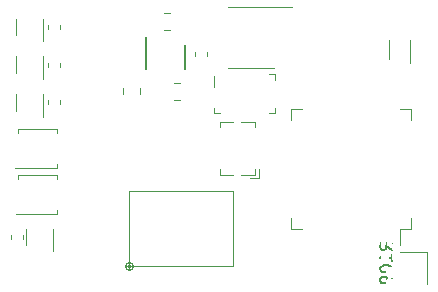
<source format=gbo>
G04 #@! TF.GenerationSoftware,KiCad,Pcbnew,5.1.6*
G04 #@! TF.CreationDate,2020-06-25T22:37:20+02:00*
G04 #@! TF.ProjectId,altimeter,616c7469-6d65-4746-9572-2e6b69636164,V 1.2 Rev. A*
G04 #@! TF.SameCoordinates,Original*
G04 #@! TF.FileFunction,Legend,Bot*
G04 #@! TF.FilePolarity,Positive*
%FSLAX46Y46*%
G04 Gerber Fmt 4.6, Leading zero omitted, Abs format (unit mm)*
G04 Created by KiCad (PCBNEW 5.1.6) date 2020-06-25 22:37:20*
%MOMM*%
%LPD*%
G01*
G04 APERTURE LIST*
%ADD10C,0.120000*%
%ADD11C,0.150000*%
%ADD12C,0.100000*%
%ADD13O,2.101600X2.101600*%
%ADD14R,2.101600X2.101600*%
%ADD15R,0.901600X1.001600*%
%ADD16R,0.551600X0.731600*%
%ADD17R,2.701600X1.801600*%
%ADD18R,1.001600X0.551600*%
%ADD19R,5.251600X4.901600*%
%ADD20R,0.476600X0.601600*%
%ADD21R,0.401600X0.751600*%
%ADD22R,0.351600X0.676600*%
%ADD23R,0.676600X0.351600*%
%ADD24O,1.801600X1.801600*%
%ADD25R,1.801600X1.801600*%
%ADD26C,1.301600*%
%ADD27O,1.901600X1.301600*%
%ADD28R,0.501600X0.751600*%
%ADD29C,0.901600*%
%ADD30C,6.501600*%
%ADD31O,1.301600X2.001600*%
%ADD32C,1.551600*%
%ADD33R,1.091600X0.506600*%
%ADD34O,1.401600X0.901600*%
%ADD35R,0.651600X1.051600*%
G04 APERTURE END LIST*
D10*
X149340000Y-103848748D02*
X149340000Y-104371252D01*
X150760000Y-103848748D02*
X150760000Y-104371252D01*
X172820000Y-117810000D02*
X175120000Y-117810000D01*
X175120000Y-117810000D02*
X175120000Y-120510000D01*
X153638748Y-104910000D02*
X154161252Y-104910000D01*
X153638748Y-103490000D02*
X154161252Y-103490000D01*
X163546000Y-106584000D02*
X163546000Y-105634000D01*
X163546000Y-105634000D02*
X164496000Y-105634000D01*
X163546000Y-114904000D02*
X163546000Y-115854000D01*
X163546000Y-115854000D02*
X164496000Y-115854000D01*
X173766000Y-106584000D02*
X173766000Y-105634000D01*
X173766000Y-105634000D02*
X172816000Y-105634000D01*
X173766000Y-114904000D02*
X173766000Y-115854000D01*
X173766000Y-115854000D02*
X172816000Y-115854000D01*
X172816000Y-115854000D02*
X172816000Y-117194000D01*
D11*
X151283400Y-99552500D02*
X151283400Y-102307500D01*
X154583400Y-100257500D02*
X154583400Y-102307500D01*
D10*
X153331678Y-98982600D02*
X152814522Y-98982600D01*
X153331678Y-97562600D02*
X152814522Y-97562600D01*
X150253600Y-119000000D02*
G75*
G03*
X150253600Y-119000000I-348600J0D01*
G01*
X150195801Y-119000000D02*
G75*
G03*
X150195801Y-119000000I-290801J0D01*
G01*
X150077708Y-119000000D02*
G75*
G03*
X150077708Y-119000000I-172708J0D01*
G01*
X149990726Y-119000000D02*
G75*
G03*
X149990726Y-119000000I-85726J0D01*
G01*
X149905000Y-119000000D02*
X158705000Y-119000000D01*
X158705000Y-119000000D02*
X158705000Y-112600000D01*
X149905000Y-112600000D02*
X158705000Y-112600000D01*
X149905000Y-119000000D02*
X149905000Y-112600000D01*
X173700000Y-99850000D02*
X173700000Y-101750000D01*
X171900000Y-101450000D02*
X171900000Y-99850000D01*
X160540000Y-111230000D02*
X160540000Y-110780000D01*
X160540000Y-111230000D02*
X159390000Y-111230000D01*
X160840000Y-110780000D02*
X160840000Y-111530000D01*
X160840000Y-111530000D02*
X160090000Y-111530000D01*
X160540000Y-106730000D02*
X160540000Y-107180000D01*
X160540000Y-106730000D02*
X159390000Y-106730000D01*
X158690000Y-106730000D02*
X157540000Y-106730000D01*
X157540000Y-106730000D02*
X157540000Y-107180000D01*
X158690000Y-111230000D02*
X157540000Y-111230000D01*
X157540000Y-111230000D02*
X157540000Y-110780000D01*
X143460000Y-115800000D02*
X143460000Y-117700000D01*
X141140000Y-117200000D02*
X141140000Y-115800000D01*
X139890000Y-116328733D02*
X139890000Y-116671267D01*
X140910000Y-116328733D02*
X140910000Y-116671267D01*
X156510000Y-101171267D02*
X156510000Y-100828733D01*
X155490000Y-101171267D02*
X155490000Y-100828733D01*
X144035200Y-105280367D02*
X144035200Y-104937833D01*
X143015200Y-105280367D02*
X143015200Y-104937833D01*
X144035200Y-102080367D02*
X144035200Y-101737833D01*
X143015200Y-102080367D02*
X143015200Y-101737833D01*
X144035200Y-98880367D02*
X144035200Y-98537833D01*
X143015200Y-98880367D02*
X143015200Y-98537833D01*
X140272500Y-114542500D02*
X143777500Y-114542500D01*
X140507500Y-111262500D02*
X143777500Y-111262500D01*
X140507500Y-111607500D02*
X140507500Y-111272500D01*
X143777500Y-111607500D02*
X143777500Y-111272500D01*
X143777500Y-114542500D02*
X143777500Y-114207500D01*
X140255700Y-110639100D02*
X143760700Y-110639100D01*
X140490700Y-107359100D02*
X143760700Y-107359100D01*
X140490700Y-107704100D02*
X140490700Y-107369100D01*
X143760700Y-107704100D02*
X143760700Y-107369100D01*
X143760700Y-110639100D02*
X143760700Y-110304100D01*
X142585200Y-104409100D02*
X142585200Y-106309100D01*
X140265200Y-105809100D02*
X140265200Y-104409100D01*
X142585200Y-101209100D02*
X142585200Y-103109100D01*
X140265200Y-102609100D02*
X140265200Y-101209100D01*
X142585200Y-98009100D02*
X142585200Y-99909100D01*
X140265200Y-99409100D02*
X140265200Y-98009100D01*
X160200000Y-102160000D02*
X158250000Y-102160000D01*
X160200000Y-102160000D02*
X162150000Y-102160000D01*
X160200000Y-97040000D02*
X158250000Y-97040000D01*
X160200000Y-97040000D02*
X163650000Y-97040000D01*
X157040000Y-102840000D02*
X157040000Y-103790000D01*
X162240000Y-102740000D02*
X161740000Y-102740000D01*
X162240000Y-103240000D02*
X162240000Y-102740000D01*
X162240000Y-106040000D02*
X162240000Y-105540000D01*
X161740000Y-106040000D02*
X162240000Y-106040000D01*
X157040000Y-106040000D02*
X157540000Y-106040000D01*
X157040000Y-105540000D02*
X157040000Y-106040000D01*
D11*
X172122380Y-117580952D02*
X171646190Y-117247619D01*
X172122380Y-117009523D02*
X171122380Y-117009523D01*
X171122380Y-117390476D01*
X171170000Y-117485714D01*
X171217619Y-117533333D01*
X171312857Y-117580952D01*
X171455714Y-117580952D01*
X171550952Y-117533333D01*
X171598571Y-117485714D01*
X171646190Y-117390476D01*
X171646190Y-117009523D01*
X172122380Y-118533333D02*
X172122380Y-117961904D01*
X172122380Y-118247619D02*
X171122380Y-118247619D01*
X171265238Y-118152380D01*
X171360476Y-118057142D01*
X171408095Y-117961904D01*
X171122380Y-119152380D02*
X171122380Y-119247619D01*
X171170000Y-119342857D01*
X171217619Y-119390476D01*
X171312857Y-119438095D01*
X171503333Y-119485714D01*
X171741428Y-119485714D01*
X171931904Y-119438095D01*
X172027142Y-119390476D01*
X172074761Y-119342857D01*
X172122380Y-119247619D01*
X172122380Y-119152380D01*
X172074761Y-119057142D01*
X172027142Y-119009523D01*
X171931904Y-118961904D01*
X171741428Y-118914285D01*
X171503333Y-118914285D01*
X171312857Y-118961904D01*
X171217619Y-119009523D01*
X171170000Y-119057142D01*
X171122380Y-119152380D01*
X172122380Y-119961904D02*
X172122380Y-120152380D01*
X172074761Y-120247619D01*
X172027142Y-120295238D01*
X171884285Y-120390476D01*
X171693809Y-120438095D01*
X171312857Y-120438095D01*
X171217619Y-120390476D01*
X171170000Y-120342857D01*
X171122380Y-120247619D01*
X171122380Y-120057142D01*
X171170000Y-119961904D01*
X171217619Y-119914285D01*
X171312857Y-119866666D01*
X171550952Y-119866666D01*
X171646190Y-119914285D01*
X171693809Y-119961904D01*
X171741428Y-120057142D01*
X171741428Y-120247619D01*
X171693809Y-120342857D01*
X171646190Y-120390476D01*
X171550952Y-120438095D01*
%LPC*%
D12*
G36*
X182250000Y-119500000D02*
G01*
X180750000Y-119500000D01*
X180750000Y-114750000D01*
X182250000Y-114750000D01*
X182250000Y-119500000D01*
G37*
X182250000Y-119500000D02*
X180750000Y-119500000D01*
X180750000Y-114750000D01*
X182250000Y-114750000D01*
X182250000Y-119500000D01*
G36*
G01*
X170697900Y-118560800D02*
X170302100Y-118560800D01*
G75*
G02*
X170129200Y-118387900I0J172900D01*
G01*
X170129200Y-118042100D01*
G75*
G02*
X170302100Y-117869200I172900J0D01*
G01*
X170697900Y-117869200D01*
G75*
G02*
X170870800Y-118042100I0J-172900D01*
G01*
X170870800Y-118387900D01*
G75*
G02*
X170697900Y-118560800I-172900J0D01*
G01*
G37*
G36*
G01*
X170697900Y-119530800D02*
X170302100Y-119530800D01*
G75*
G02*
X170129200Y-119357900I0J172900D01*
G01*
X170129200Y-119012100D01*
G75*
G02*
X170302100Y-118839200I172900J0D01*
G01*
X170697900Y-118839200D01*
G75*
G02*
X170870800Y-119012100I0J-172900D01*
G01*
X170870800Y-119357900D01*
G75*
G02*
X170697900Y-119530800I-172900J0D01*
G01*
G37*
D13*
X165000000Y-100400000D03*
D14*
X150000000Y-100400000D03*
G36*
G01*
X149571286Y-104509200D02*
X150528714Y-104509200D01*
G75*
G02*
X150800800Y-104781286I0J-272086D01*
G01*
X150800800Y-105488714D01*
G75*
G02*
X150528714Y-105760800I-272086J0D01*
G01*
X149571286Y-105760800D01*
G75*
G02*
X149299200Y-105488714I0J272086D01*
G01*
X149299200Y-104781286D01*
G75*
G02*
X149571286Y-104509200I272086J0D01*
G01*
G37*
G36*
G01*
X149571286Y-102459200D02*
X150528714Y-102459200D01*
G75*
G02*
X150800800Y-102731286I0J-272086D01*
G01*
X150800800Y-103438714D01*
G75*
G02*
X150528714Y-103710800I-272086J0D01*
G01*
X149571286Y-103710800D01*
G75*
G02*
X149299200Y-103438714I0J272086D01*
G01*
X149299200Y-102731286D01*
G75*
G02*
X149571286Y-102459200I272086J0D01*
G01*
G37*
G36*
G01*
X168402100Y-103089200D02*
X168797900Y-103089200D01*
G75*
G02*
X168970800Y-103262100I0J-172900D01*
G01*
X168970800Y-103607900D01*
G75*
G02*
X168797900Y-103780800I-172900J0D01*
G01*
X168402100Y-103780800D01*
G75*
G02*
X168229200Y-103607900I0J172900D01*
G01*
X168229200Y-103262100D01*
G75*
G02*
X168402100Y-103089200I172900J0D01*
G01*
G37*
G36*
G01*
X168402100Y-102119200D02*
X168797900Y-102119200D01*
G75*
G02*
X168970800Y-102292100I0J-172900D01*
G01*
X168970800Y-102637900D01*
G75*
G02*
X168797900Y-102810800I-172900J0D01*
G01*
X168402100Y-102810800D01*
G75*
G02*
X168229200Y-102637900I0J172900D01*
G01*
X168229200Y-102292100D01*
G75*
G02*
X168402100Y-102119200I172900J0D01*
G01*
G37*
G36*
G01*
X163302100Y-104419200D02*
X163697900Y-104419200D01*
G75*
G02*
X163870800Y-104592100I0J-172900D01*
G01*
X163870800Y-104937900D01*
G75*
G02*
X163697900Y-105110800I-172900J0D01*
G01*
X163302100Y-105110800D01*
G75*
G02*
X163129200Y-104937900I0J172900D01*
G01*
X163129200Y-104592100D01*
G75*
G02*
X163302100Y-104419200I172900J0D01*
G01*
G37*
G36*
G01*
X163302100Y-103449200D02*
X163697900Y-103449200D01*
G75*
G02*
X163870800Y-103622100I0J-172900D01*
G01*
X163870800Y-103967900D01*
G75*
G02*
X163697900Y-104140800I-172900J0D01*
G01*
X163302100Y-104140800D01*
G75*
G02*
X163129200Y-103967900I0J172900D01*
G01*
X163129200Y-103622100D01*
G75*
G02*
X163302100Y-103449200I172900J0D01*
G01*
G37*
G36*
G01*
X176749200Y-112497900D02*
X176749200Y-112102100D01*
G75*
G02*
X176922100Y-111929200I172900J0D01*
G01*
X177267900Y-111929200D01*
G75*
G02*
X177440800Y-112102100I0J-172900D01*
G01*
X177440800Y-112497900D01*
G75*
G02*
X177267900Y-112670800I-172900J0D01*
G01*
X176922100Y-112670800D01*
G75*
G02*
X176749200Y-112497900I0J172900D01*
G01*
G37*
G36*
G01*
X175779200Y-112497900D02*
X175779200Y-112102100D01*
G75*
G02*
X175952100Y-111929200I172900J0D01*
G01*
X176297900Y-111929200D01*
G75*
G02*
X176470800Y-112102100I0J-172900D01*
G01*
X176470800Y-112497900D01*
G75*
G02*
X176297900Y-112670800I-172900J0D01*
G01*
X175952100Y-112670800D01*
G75*
G02*
X175779200Y-112497900I0J172900D01*
G01*
G37*
D15*
X173420000Y-118460000D03*
X173420000Y-119860000D03*
X174520000Y-119860000D03*
X174520000Y-118460000D03*
G36*
G01*
X174512100Y-104509200D02*
X174907900Y-104509200D01*
G75*
G02*
X175080800Y-104682100I0J-172900D01*
G01*
X175080800Y-105027900D01*
G75*
G02*
X174907900Y-105200800I-172900J0D01*
G01*
X174512100Y-105200800D01*
G75*
G02*
X174339200Y-105027900I0J172900D01*
G01*
X174339200Y-104682100D01*
G75*
G02*
X174512100Y-104509200I172900J0D01*
G01*
G37*
G36*
G01*
X174512100Y-103539200D02*
X174907900Y-103539200D01*
G75*
G02*
X175080800Y-103712100I0J-172900D01*
G01*
X175080800Y-104057900D01*
G75*
G02*
X174907900Y-104230800I-172900J0D01*
G01*
X174512100Y-104230800D01*
G75*
G02*
X174339200Y-104057900I0J172900D01*
G01*
X174339200Y-103712100D01*
G75*
G02*
X174512100Y-103539200I172900J0D01*
G01*
G37*
G36*
G01*
X154299200Y-104678714D02*
X154299200Y-103721286D01*
G75*
G02*
X154571286Y-103449200I272086J0D01*
G01*
X155278714Y-103449200D01*
G75*
G02*
X155550800Y-103721286I0J-272086D01*
G01*
X155550800Y-104678714D01*
G75*
G02*
X155278714Y-104950800I-272086J0D01*
G01*
X154571286Y-104950800D01*
G75*
G02*
X154299200Y-104678714I0J272086D01*
G01*
G37*
G36*
G01*
X152249200Y-104678714D02*
X152249200Y-103721286D01*
G75*
G02*
X152521286Y-103449200I272086J0D01*
G01*
X153228714Y-103449200D01*
G75*
G02*
X153500800Y-103721286I0J-272086D01*
G01*
X153500800Y-104678714D01*
G75*
G02*
X153228714Y-104950800I-272086J0D01*
G01*
X152521286Y-104950800D01*
G75*
G02*
X152249200Y-104678714I0J272086D01*
G01*
G37*
G36*
G01*
X156062100Y-98639200D02*
X156457900Y-98639200D01*
G75*
G02*
X156630800Y-98812100I0J-172900D01*
G01*
X156630800Y-99157900D01*
G75*
G02*
X156457900Y-99330800I-172900J0D01*
G01*
X156062100Y-99330800D01*
G75*
G02*
X155889200Y-99157900I0J172900D01*
G01*
X155889200Y-98812100D01*
G75*
G02*
X156062100Y-98639200I172900J0D01*
G01*
G37*
G36*
G01*
X156062100Y-97669200D02*
X156457900Y-97669200D01*
G75*
G02*
X156630800Y-97842100I0J-172900D01*
G01*
X156630800Y-98187900D01*
G75*
G02*
X156457900Y-98360800I-172900J0D01*
G01*
X156062100Y-98360800D01*
G75*
G02*
X155889200Y-98187900I0J172900D01*
G01*
X155889200Y-97842100D01*
G75*
G02*
X156062100Y-97669200I172900J0D01*
G01*
G37*
G36*
G01*
X162857900Y-104150800D02*
X162462100Y-104150800D01*
G75*
G02*
X162289200Y-103977900I0J172900D01*
G01*
X162289200Y-103632100D01*
G75*
G02*
X162462100Y-103459200I172900J0D01*
G01*
X162857900Y-103459200D01*
G75*
G02*
X163030800Y-103632100I0J-172900D01*
G01*
X163030800Y-103977900D01*
G75*
G02*
X162857900Y-104150800I-172900J0D01*
G01*
G37*
G36*
G01*
X162857900Y-105120800D02*
X162462100Y-105120800D01*
G75*
G02*
X162289200Y-104947900I0J172900D01*
G01*
X162289200Y-104602100D01*
G75*
G02*
X162462100Y-104429200I172900J0D01*
G01*
X162857900Y-104429200D01*
G75*
G02*
X163030800Y-104602100I0J-172900D01*
G01*
X163030800Y-104947900D01*
G75*
G02*
X162857900Y-105120800I-172900J0D01*
G01*
G37*
G36*
G01*
X175056400Y-114694800D02*
X173605600Y-114694800D01*
G75*
G02*
X173505200Y-114594400I0J100400D01*
G01*
X173505200Y-114393600D01*
G75*
G02*
X173605600Y-114293200I100400J0D01*
G01*
X175056400Y-114293200D01*
G75*
G02*
X175156800Y-114393600I0J-100400D01*
G01*
X175156800Y-114594400D01*
G75*
G02*
X175056400Y-114694800I-100400J0D01*
G01*
G37*
G36*
G01*
X175056400Y-114194800D02*
X173605600Y-114194800D01*
G75*
G02*
X173505200Y-114094400I0J100400D01*
G01*
X173505200Y-113893600D01*
G75*
G02*
X173605600Y-113793200I100400J0D01*
G01*
X175056400Y-113793200D01*
G75*
G02*
X175156800Y-113893600I0J-100400D01*
G01*
X175156800Y-114094400D01*
G75*
G02*
X175056400Y-114194800I-100400J0D01*
G01*
G37*
G36*
G01*
X175056400Y-113694800D02*
X173605600Y-113694800D01*
G75*
G02*
X173505200Y-113594400I0J100400D01*
G01*
X173505200Y-113393600D01*
G75*
G02*
X173605600Y-113293200I100400J0D01*
G01*
X175056400Y-113293200D01*
G75*
G02*
X175156800Y-113393600I0J-100400D01*
G01*
X175156800Y-113594400D01*
G75*
G02*
X175056400Y-113694800I-100400J0D01*
G01*
G37*
G36*
G01*
X175056400Y-113194800D02*
X173605600Y-113194800D01*
G75*
G02*
X173505200Y-113094400I0J100400D01*
G01*
X173505200Y-112893600D01*
G75*
G02*
X173605600Y-112793200I100400J0D01*
G01*
X175056400Y-112793200D01*
G75*
G02*
X175156800Y-112893600I0J-100400D01*
G01*
X175156800Y-113094400D01*
G75*
G02*
X175056400Y-113194800I-100400J0D01*
G01*
G37*
G36*
G01*
X175056400Y-112694800D02*
X173605600Y-112694800D01*
G75*
G02*
X173505200Y-112594400I0J100400D01*
G01*
X173505200Y-112393600D01*
G75*
G02*
X173605600Y-112293200I100400J0D01*
G01*
X175056400Y-112293200D01*
G75*
G02*
X175156800Y-112393600I0J-100400D01*
G01*
X175156800Y-112594400D01*
G75*
G02*
X175056400Y-112694800I-100400J0D01*
G01*
G37*
G36*
G01*
X175056400Y-112194800D02*
X173605600Y-112194800D01*
G75*
G02*
X173505200Y-112094400I0J100400D01*
G01*
X173505200Y-111893600D01*
G75*
G02*
X173605600Y-111793200I100400J0D01*
G01*
X175056400Y-111793200D01*
G75*
G02*
X175156800Y-111893600I0J-100400D01*
G01*
X175156800Y-112094400D01*
G75*
G02*
X175056400Y-112194800I-100400J0D01*
G01*
G37*
G36*
G01*
X175056400Y-111694800D02*
X173605600Y-111694800D01*
G75*
G02*
X173505200Y-111594400I0J100400D01*
G01*
X173505200Y-111393600D01*
G75*
G02*
X173605600Y-111293200I100400J0D01*
G01*
X175056400Y-111293200D01*
G75*
G02*
X175156800Y-111393600I0J-100400D01*
G01*
X175156800Y-111594400D01*
G75*
G02*
X175056400Y-111694800I-100400J0D01*
G01*
G37*
G36*
G01*
X175056400Y-111194800D02*
X173605600Y-111194800D01*
G75*
G02*
X173505200Y-111094400I0J100400D01*
G01*
X173505200Y-110893600D01*
G75*
G02*
X173605600Y-110793200I100400J0D01*
G01*
X175056400Y-110793200D01*
G75*
G02*
X175156800Y-110893600I0J-100400D01*
G01*
X175156800Y-111094400D01*
G75*
G02*
X175056400Y-111194800I-100400J0D01*
G01*
G37*
G36*
G01*
X175056400Y-110694800D02*
X173605600Y-110694800D01*
G75*
G02*
X173505200Y-110594400I0J100400D01*
G01*
X173505200Y-110393600D01*
G75*
G02*
X173605600Y-110293200I100400J0D01*
G01*
X175056400Y-110293200D01*
G75*
G02*
X175156800Y-110393600I0J-100400D01*
G01*
X175156800Y-110594400D01*
G75*
G02*
X175056400Y-110694800I-100400J0D01*
G01*
G37*
G36*
G01*
X175056400Y-110194800D02*
X173605600Y-110194800D01*
G75*
G02*
X173505200Y-110094400I0J100400D01*
G01*
X173505200Y-109893600D01*
G75*
G02*
X173605600Y-109793200I100400J0D01*
G01*
X175056400Y-109793200D01*
G75*
G02*
X175156800Y-109893600I0J-100400D01*
G01*
X175156800Y-110094400D01*
G75*
G02*
X175056400Y-110194800I-100400J0D01*
G01*
G37*
G36*
G01*
X175056400Y-109694800D02*
X173605600Y-109694800D01*
G75*
G02*
X173505200Y-109594400I0J100400D01*
G01*
X173505200Y-109393600D01*
G75*
G02*
X173605600Y-109293200I100400J0D01*
G01*
X175056400Y-109293200D01*
G75*
G02*
X175156800Y-109393600I0J-100400D01*
G01*
X175156800Y-109594400D01*
G75*
G02*
X175056400Y-109694800I-100400J0D01*
G01*
G37*
G36*
G01*
X175056400Y-109194800D02*
X173605600Y-109194800D01*
G75*
G02*
X173505200Y-109094400I0J100400D01*
G01*
X173505200Y-108893600D01*
G75*
G02*
X173605600Y-108793200I100400J0D01*
G01*
X175056400Y-108793200D01*
G75*
G02*
X175156800Y-108893600I0J-100400D01*
G01*
X175156800Y-109094400D01*
G75*
G02*
X175056400Y-109194800I-100400J0D01*
G01*
G37*
G36*
G01*
X175056400Y-108694800D02*
X173605600Y-108694800D01*
G75*
G02*
X173505200Y-108594400I0J100400D01*
G01*
X173505200Y-108393600D01*
G75*
G02*
X173605600Y-108293200I100400J0D01*
G01*
X175056400Y-108293200D01*
G75*
G02*
X175156800Y-108393600I0J-100400D01*
G01*
X175156800Y-108594400D01*
G75*
G02*
X175056400Y-108694800I-100400J0D01*
G01*
G37*
G36*
G01*
X175056400Y-108194800D02*
X173605600Y-108194800D01*
G75*
G02*
X173505200Y-108094400I0J100400D01*
G01*
X173505200Y-107893600D01*
G75*
G02*
X173605600Y-107793200I100400J0D01*
G01*
X175056400Y-107793200D01*
G75*
G02*
X175156800Y-107893600I0J-100400D01*
G01*
X175156800Y-108094400D01*
G75*
G02*
X175056400Y-108194800I-100400J0D01*
G01*
G37*
G36*
G01*
X175056400Y-107694800D02*
X173605600Y-107694800D01*
G75*
G02*
X173505200Y-107594400I0J100400D01*
G01*
X173505200Y-107393600D01*
G75*
G02*
X173605600Y-107293200I100400J0D01*
G01*
X175056400Y-107293200D01*
G75*
G02*
X175156800Y-107393600I0J-100400D01*
G01*
X175156800Y-107594400D01*
G75*
G02*
X175056400Y-107694800I-100400J0D01*
G01*
G37*
G36*
G01*
X175056400Y-107194800D02*
X173605600Y-107194800D01*
G75*
G02*
X173505200Y-107094400I0J100400D01*
G01*
X173505200Y-106893600D01*
G75*
G02*
X173605600Y-106793200I100400J0D01*
G01*
X175056400Y-106793200D01*
G75*
G02*
X175156800Y-106893600I0J-100400D01*
G01*
X175156800Y-107094400D01*
G75*
G02*
X175056400Y-107194800I-100400J0D01*
G01*
G37*
G36*
G01*
X172506400Y-105894800D02*
X172305600Y-105894800D01*
G75*
G02*
X172205200Y-105794400I0J100400D01*
G01*
X172205200Y-104343600D01*
G75*
G02*
X172305600Y-104243200I100400J0D01*
G01*
X172506400Y-104243200D01*
G75*
G02*
X172606800Y-104343600I0J-100400D01*
G01*
X172606800Y-105794400D01*
G75*
G02*
X172506400Y-105894800I-100400J0D01*
G01*
G37*
G36*
G01*
X172006400Y-105894800D02*
X171805600Y-105894800D01*
G75*
G02*
X171705200Y-105794400I0J100400D01*
G01*
X171705200Y-104343600D01*
G75*
G02*
X171805600Y-104243200I100400J0D01*
G01*
X172006400Y-104243200D01*
G75*
G02*
X172106800Y-104343600I0J-100400D01*
G01*
X172106800Y-105794400D01*
G75*
G02*
X172006400Y-105894800I-100400J0D01*
G01*
G37*
G36*
G01*
X171506400Y-105894800D02*
X171305600Y-105894800D01*
G75*
G02*
X171205200Y-105794400I0J100400D01*
G01*
X171205200Y-104343600D01*
G75*
G02*
X171305600Y-104243200I100400J0D01*
G01*
X171506400Y-104243200D01*
G75*
G02*
X171606800Y-104343600I0J-100400D01*
G01*
X171606800Y-105794400D01*
G75*
G02*
X171506400Y-105894800I-100400J0D01*
G01*
G37*
G36*
G01*
X171006400Y-105894800D02*
X170805600Y-105894800D01*
G75*
G02*
X170705200Y-105794400I0J100400D01*
G01*
X170705200Y-104343600D01*
G75*
G02*
X170805600Y-104243200I100400J0D01*
G01*
X171006400Y-104243200D01*
G75*
G02*
X171106800Y-104343600I0J-100400D01*
G01*
X171106800Y-105794400D01*
G75*
G02*
X171006400Y-105894800I-100400J0D01*
G01*
G37*
G36*
G01*
X170506400Y-105894800D02*
X170305600Y-105894800D01*
G75*
G02*
X170205200Y-105794400I0J100400D01*
G01*
X170205200Y-104343600D01*
G75*
G02*
X170305600Y-104243200I100400J0D01*
G01*
X170506400Y-104243200D01*
G75*
G02*
X170606800Y-104343600I0J-100400D01*
G01*
X170606800Y-105794400D01*
G75*
G02*
X170506400Y-105894800I-100400J0D01*
G01*
G37*
G36*
G01*
X170006400Y-105894800D02*
X169805600Y-105894800D01*
G75*
G02*
X169705200Y-105794400I0J100400D01*
G01*
X169705200Y-104343600D01*
G75*
G02*
X169805600Y-104243200I100400J0D01*
G01*
X170006400Y-104243200D01*
G75*
G02*
X170106800Y-104343600I0J-100400D01*
G01*
X170106800Y-105794400D01*
G75*
G02*
X170006400Y-105894800I-100400J0D01*
G01*
G37*
G36*
G01*
X169506400Y-105894800D02*
X169305600Y-105894800D01*
G75*
G02*
X169205200Y-105794400I0J100400D01*
G01*
X169205200Y-104343600D01*
G75*
G02*
X169305600Y-104243200I100400J0D01*
G01*
X169506400Y-104243200D01*
G75*
G02*
X169606800Y-104343600I0J-100400D01*
G01*
X169606800Y-105794400D01*
G75*
G02*
X169506400Y-105894800I-100400J0D01*
G01*
G37*
G36*
G01*
X169006400Y-105894800D02*
X168805600Y-105894800D01*
G75*
G02*
X168705200Y-105794400I0J100400D01*
G01*
X168705200Y-104343600D01*
G75*
G02*
X168805600Y-104243200I100400J0D01*
G01*
X169006400Y-104243200D01*
G75*
G02*
X169106800Y-104343600I0J-100400D01*
G01*
X169106800Y-105794400D01*
G75*
G02*
X169006400Y-105894800I-100400J0D01*
G01*
G37*
G36*
G01*
X168506400Y-105894800D02*
X168305600Y-105894800D01*
G75*
G02*
X168205200Y-105794400I0J100400D01*
G01*
X168205200Y-104343600D01*
G75*
G02*
X168305600Y-104243200I100400J0D01*
G01*
X168506400Y-104243200D01*
G75*
G02*
X168606800Y-104343600I0J-100400D01*
G01*
X168606800Y-105794400D01*
G75*
G02*
X168506400Y-105894800I-100400J0D01*
G01*
G37*
G36*
G01*
X168006400Y-105894800D02*
X167805600Y-105894800D01*
G75*
G02*
X167705200Y-105794400I0J100400D01*
G01*
X167705200Y-104343600D01*
G75*
G02*
X167805600Y-104243200I100400J0D01*
G01*
X168006400Y-104243200D01*
G75*
G02*
X168106800Y-104343600I0J-100400D01*
G01*
X168106800Y-105794400D01*
G75*
G02*
X168006400Y-105894800I-100400J0D01*
G01*
G37*
G36*
G01*
X167506400Y-105894800D02*
X167305600Y-105894800D01*
G75*
G02*
X167205200Y-105794400I0J100400D01*
G01*
X167205200Y-104343600D01*
G75*
G02*
X167305600Y-104243200I100400J0D01*
G01*
X167506400Y-104243200D01*
G75*
G02*
X167606800Y-104343600I0J-100400D01*
G01*
X167606800Y-105794400D01*
G75*
G02*
X167506400Y-105894800I-100400J0D01*
G01*
G37*
G36*
G01*
X167006400Y-105894800D02*
X166805600Y-105894800D01*
G75*
G02*
X166705200Y-105794400I0J100400D01*
G01*
X166705200Y-104343600D01*
G75*
G02*
X166805600Y-104243200I100400J0D01*
G01*
X167006400Y-104243200D01*
G75*
G02*
X167106800Y-104343600I0J-100400D01*
G01*
X167106800Y-105794400D01*
G75*
G02*
X167006400Y-105894800I-100400J0D01*
G01*
G37*
G36*
G01*
X166506400Y-105894800D02*
X166305600Y-105894800D01*
G75*
G02*
X166205200Y-105794400I0J100400D01*
G01*
X166205200Y-104343600D01*
G75*
G02*
X166305600Y-104243200I100400J0D01*
G01*
X166506400Y-104243200D01*
G75*
G02*
X166606800Y-104343600I0J-100400D01*
G01*
X166606800Y-105794400D01*
G75*
G02*
X166506400Y-105894800I-100400J0D01*
G01*
G37*
G36*
G01*
X166006400Y-105894800D02*
X165805600Y-105894800D01*
G75*
G02*
X165705200Y-105794400I0J100400D01*
G01*
X165705200Y-104343600D01*
G75*
G02*
X165805600Y-104243200I100400J0D01*
G01*
X166006400Y-104243200D01*
G75*
G02*
X166106800Y-104343600I0J-100400D01*
G01*
X166106800Y-105794400D01*
G75*
G02*
X166006400Y-105894800I-100400J0D01*
G01*
G37*
G36*
G01*
X165506400Y-105894800D02*
X165305600Y-105894800D01*
G75*
G02*
X165205200Y-105794400I0J100400D01*
G01*
X165205200Y-104343600D01*
G75*
G02*
X165305600Y-104243200I100400J0D01*
G01*
X165506400Y-104243200D01*
G75*
G02*
X165606800Y-104343600I0J-100400D01*
G01*
X165606800Y-105794400D01*
G75*
G02*
X165506400Y-105894800I-100400J0D01*
G01*
G37*
G36*
G01*
X165006400Y-105894800D02*
X164805600Y-105894800D01*
G75*
G02*
X164705200Y-105794400I0J100400D01*
G01*
X164705200Y-104343600D01*
G75*
G02*
X164805600Y-104243200I100400J0D01*
G01*
X165006400Y-104243200D01*
G75*
G02*
X165106800Y-104343600I0J-100400D01*
G01*
X165106800Y-105794400D01*
G75*
G02*
X165006400Y-105894800I-100400J0D01*
G01*
G37*
G36*
G01*
X163706400Y-107194800D02*
X162255600Y-107194800D01*
G75*
G02*
X162155200Y-107094400I0J100400D01*
G01*
X162155200Y-106893600D01*
G75*
G02*
X162255600Y-106793200I100400J0D01*
G01*
X163706400Y-106793200D01*
G75*
G02*
X163806800Y-106893600I0J-100400D01*
G01*
X163806800Y-107094400D01*
G75*
G02*
X163706400Y-107194800I-100400J0D01*
G01*
G37*
G36*
G01*
X163706400Y-107694800D02*
X162255600Y-107694800D01*
G75*
G02*
X162155200Y-107594400I0J100400D01*
G01*
X162155200Y-107393600D01*
G75*
G02*
X162255600Y-107293200I100400J0D01*
G01*
X163706400Y-107293200D01*
G75*
G02*
X163806800Y-107393600I0J-100400D01*
G01*
X163806800Y-107594400D01*
G75*
G02*
X163706400Y-107694800I-100400J0D01*
G01*
G37*
G36*
G01*
X163706400Y-108194800D02*
X162255600Y-108194800D01*
G75*
G02*
X162155200Y-108094400I0J100400D01*
G01*
X162155200Y-107893600D01*
G75*
G02*
X162255600Y-107793200I100400J0D01*
G01*
X163706400Y-107793200D01*
G75*
G02*
X163806800Y-107893600I0J-100400D01*
G01*
X163806800Y-108094400D01*
G75*
G02*
X163706400Y-108194800I-100400J0D01*
G01*
G37*
G36*
G01*
X163706400Y-108694800D02*
X162255600Y-108694800D01*
G75*
G02*
X162155200Y-108594400I0J100400D01*
G01*
X162155200Y-108393600D01*
G75*
G02*
X162255600Y-108293200I100400J0D01*
G01*
X163706400Y-108293200D01*
G75*
G02*
X163806800Y-108393600I0J-100400D01*
G01*
X163806800Y-108594400D01*
G75*
G02*
X163706400Y-108694800I-100400J0D01*
G01*
G37*
G36*
G01*
X163706400Y-109194800D02*
X162255600Y-109194800D01*
G75*
G02*
X162155200Y-109094400I0J100400D01*
G01*
X162155200Y-108893600D01*
G75*
G02*
X162255600Y-108793200I100400J0D01*
G01*
X163706400Y-108793200D01*
G75*
G02*
X163806800Y-108893600I0J-100400D01*
G01*
X163806800Y-109094400D01*
G75*
G02*
X163706400Y-109194800I-100400J0D01*
G01*
G37*
G36*
G01*
X163706400Y-109694800D02*
X162255600Y-109694800D01*
G75*
G02*
X162155200Y-109594400I0J100400D01*
G01*
X162155200Y-109393600D01*
G75*
G02*
X162255600Y-109293200I100400J0D01*
G01*
X163706400Y-109293200D01*
G75*
G02*
X163806800Y-109393600I0J-100400D01*
G01*
X163806800Y-109594400D01*
G75*
G02*
X163706400Y-109694800I-100400J0D01*
G01*
G37*
G36*
G01*
X163706400Y-110194800D02*
X162255600Y-110194800D01*
G75*
G02*
X162155200Y-110094400I0J100400D01*
G01*
X162155200Y-109893600D01*
G75*
G02*
X162255600Y-109793200I100400J0D01*
G01*
X163706400Y-109793200D01*
G75*
G02*
X163806800Y-109893600I0J-100400D01*
G01*
X163806800Y-110094400D01*
G75*
G02*
X163706400Y-110194800I-100400J0D01*
G01*
G37*
G36*
G01*
X163706400Y-110694800D02*
X162255600Y-110694800D01*
G75*
G02*
X162155200Y-110594400I0J100400D01*
G01*
X162155200Y-110393600D01*
G75*
G02*
X162255600Y-110293200I100400J0D01*
G01*
X163706400Y-110293200D01*
G75*
G02*
X163806800Y-110393600I0J-100400D01*
G01*
X163806800Y-110594400D01*
G75*
G02*
X163706400Y-110694800I-100400J0D01*
G01*
G37*
G36*
G01*
X163706400Y-111194800D02*
X162255600Y-111194800D01*
G75*
G02*
X162155200Y-111094400I0J100400D01*
G01*
X162155200Y-110893600D01*
G75*
G02*
X162255600Y-110793200I100400J0D01*
G01*
X163706400Y-110793200D01*
G75*
G02*
X163806800Y-110893600I0J-100400D01*
G01*
X163806800Y-111094400D01*
G75*
G02*
X163706400Y-111194800I-100400J0D01*
G01*
G37*
G36*
G01*
X163706400Y-111694800D02*
X162255600Y-111694800D01*
G75*
G02*
X162155200Y-111594400I0J100400D01*
G01*
X162155200Y-111393600D01*
G75*
G02*
X162255600Y-111293200I100400J0D01*
G01*
X163706400Y-111293200D01*
G75*
G02*
X163806800Y-111393600I0J-100400D01*
G01*
X163806800Y-111594400D01*
G75*
G02*
X163706400Y-111694800I-100400J0D01*
G01*
G37*
G36*
G01*
X163706400Y-112194800D02*
X162255600Y-112194800D01*
G75*
G02*
X162155200Y-112094400I0J100400D01*
G01*
X162155200Y-111893600D01*
G75*
G02*
X162255600Y-111793200I100400J0D01*
G01*
X163706400Y-111793200D01*
G75*
G02*
X163806800Y-111893600I0J-100400D01*
G01*
X163806800Y-112094400D01*
G75*
G02*
X163706400Y-112194800I-100400J0D01*
G01*
G37*
G36*
G01*
X163706400Y-112694800D02*
X162255600Y-112694800D01*
G75*
G02*
X162155200Y-112594400I0J100400D01*
G01*
X162155200Y-112393600D01*
G75*
G02*
X162255600Y-112293200I100400J0D01*
G01*
X163706400Y-112293200D01*
G75*
G02*
X163806800Y-112393600I0J-100400D01*
G01*
X163806800Y-112594400D01*
G75*
G02*
X163706400Y-112694800I-100400J0D01*
G01*
G37*
G36*
G01*
X163706400Y-113194800D02*
X162255600Y-113194800D01*
G75*
G02*
X162155200Y-113094400I0J100400D01*
G01*
X162155200Y-112893600D01*
G75*
G02*
X162255600Y-112793200I100400J0D01*
G01*
X163706400Y-112793200D01*
G75*
G02*
X163806800Y-112893600I0J-100400D01*
G01*
X163806800Y-113094400D01*
G75*
G02*
X163706400Y-113194800I-100400J0D01*
G01*
G37*
G36*
G01*
X163706400Y-113694800D02*
X162255600Y-113694800D01*
G75*
G02*
X162155200Y-113594400I0J100400D01*
G01*
X162155200Y-113393600D01*
G75*
G02*
X162255600Y-113293200I100400J0D01*
G01*
X163706400Y-113293200D01*
G75*
G02*
X163806800Y-113393600I0J-100400D01*
G01*
X163806800Y-113594400D01*
G75*
G02*
X163706400Y-113694800I-100400J0D01*
G01*
G37*
G36*
G01*
X163706400Y-114194800D02*
X162255600Y-114194800D01*
G75*
G02*
X162155200Y-114094400I0J100400D01*
G01*
X162155200Y-113893600D01*
G75*
G02*
X162255600Y-113793200I100400J0D01*
G01*
X163706400Y-113793200D01*
G75*
G02*
X163806800Y-113893600I0J-100400D01*
G01*
X163806800Y-114094400D01*
G75*
G02*
X163706400Y-114194800I-100400J0D01*
G01*
G37*
G36*
G01*
X163706400Y-114694800D02*
X162255600Y-114694800D01*
G75*
G02*
X162155200Y-114594400I0J100400D01*
G01*
X162155200Y-114393600D01*
G75*
G02*
X162255600Y-114293200I100400J0D01*
G01*
X163706400Y-114293200D01*
G75*
G02*
X163806800Y-114393600I0J-100400D01*
G01*
X163806800Y-114594400D01*
G75*
G02*
X163706400Y-114694800I-100400J0D01*
G01*
G37*
G36*
G01*
X165006400Y-117244800D02*
X164805600Y-117244800D01*
G75*
G02*
X164705200Y-117144400I0J100400D01*
G01*
X164705200Y-115693600D01*
G75*
G02*
X164805600Y-115593200I100400J0D01*
G01*
X165006400Y-115593200D01*
G75*
G02*
X165106800Y-115693600I0J-100400D01*
G01*
X165106800Y-117144400D01*
G75*
G02*
X165006400Y-117244800I-100400J0D01*
G01*
G37*
G36*
G01*
X165506400Y-117244800D02*
X165305600Y-117244800D01*
G75*
G02*
X165205200Y-117144400I0J100400D01*
G01*
X165205200Y-115693600D01*
G75*
G02*
X165305600Y-115593200I100400J0D01*
G01*
X165506400Y-115593200D01*
G75*
G02*
X165606800Y-115693600I0J-100400D01*
G01*
X165606800Y-117144400D01*
G75*
G02*
X165506400Y-117244800I-100400J0D01*
G01*
G37*
G36*
G01*
X166006400Y-117244800D02*
X165805600Y-117244800D01*
G75*
G02*
X165705200Y-117144400I0J100400D01*
G01*
X165705200Y-115693600D01*
G75*
G02*
X165805600Y-115593200I100400J0D01*
G01*
X166006400Y-115593200D01*
G75*
G02*
X166106800Y-115693600I0J-100400D01*
G01*
X166106800Y-117144400D01*
G75*
G02*
X166006400Y-117244800I-100400J0D01*
G01*
G37*
G36*
G01*
X166506400Y-117244800D02*
X166305600Y-117244800D01*
G75*
G02*
X166205200Y-117144400I0J100400D01*
G01*
X166205200Y-115693600D01*
G75*
G02*
X166305600Y-115593200I100400J0D01*
G01*
X166506400Y-115593200D01*
G75*
G02*
X166606800Y-115693600I0J-100400D01*
G01*
X166606800Y-117144400D01*
G75*
G02*
X166506400Y-117244800I-100400J0D01*
G01*
G37*
G36*
G01*
X167006400Y-117244800D02*
X166805600Y-117244800D01*
G75*
G02*
X166705200Y-117144400I0J100400D01*
G01*
X166705200Y-115693600D01*
G75*
G02*
X166805600Y-115593200I100400J0D01*
G01*
X167006400Y-115593200D01*
G75*
G02*
X167106800Y-115693600I0J-100400D01*
G01*
X167106800Y-117144400D01*
G75*
G02*
X167006400Y-117244800I-100400J0D01*
G01*
G37*
G36*
G01*
X167506400Y-117244800D02*
X167305600Y-117244800D01*
G75*
G02*
X167205200Y-117144400I0J100400D01*
G01*
X167205200Y-115693600D01*
G75*
G02*
X167305600Y-115593200I100400J0D01*
G01*
X167506400Y-115593200D01*
G75*
G02*
X167606800Y-115693600I0J-100400D01*
G01*
X167606800Y-117144400D01*
G75*
G02*
X167506400Y-117244800I-100400J0D01*
G01*
G37*
G36*
G01*
X168006400Y-117244800D02*
X167805600Y-117244800D01*
G75*
G02*
X167705200Y-117144400I0J100400D01*
G01*
X167705200Y-115693600D01*
G75*
G02*
X167805600Y-115593200I100400J0D01*
G01*
X168006400Y-115593200D01*
G75*
G02*
X168106800Y-115693600I0J-100400D01*
G01*
X168106800Y-117144400D01*
G75*
G02*
X168006400Y-117244800I-100400J0D01*
G01*
G37*
G36*
G01*
X168506400Y-117244800D02*
X168305600Y-117244800D01*
G75*
G02*
X168205200Y-117144400I0J100400D01*
G01*
X168205200Y-115693600D01*
G75*
G02*
X168305600Y-115593200I100400J0D01*
G01*
X168506400Y-115593200D01*
G75*
G02*
X168606800Y-115693600I0J-100400D01*
G01*
X168606800Y-117144400D01*
G75*
G02*
X168506400Y-117244800I-100400J0D01*
G01*
G37*
G36*
G01*
X169006400Y-117244800D02*
X168805600Y-117244800D01*
G75*
G02*
X168705200Y-117144400I0J100400D01*
G01*
X168705200Y-115693600D01*
G75*
G02*
X168805600Y-115593200I100400J0D01*
G01*
X169006400Y-115593200D01*
G75*
G02*
X169106800Y-115693600I0J-100400D01*
G01*
X169106800Y-117144400D01*
G75*
G02*
X169006400Y-117244800I-100400J0D01*
G01*
G37*
G36*
G01*
X169506400Y-117244800D02*
X169305600Y-117244800D01*
G75*
G02*
X169205200Y-117144400I0J100400D01*
G01*
X169205200Y-115693600D01*
G75*
G02*
X169305600Y-115593200I100400J0D01*
G01*
X169506400Y-115593200D01*
G75*
G02*
X169606800Y-115693600I0J-100400D01*
G01*
X169606800Y-117144400D01*
G75*
G02*
X169506400Y-117244800I-100400J0D01*
G01*
G37*
G36*
G01*
X170006400Y-117244800D02*
X169805600Y-117244800D01*
G75*
G02*
X169705200Y-117144400I0J100400D01*
G01*
X169705200Y-115693600D01*
G75*
G02*
X169805600Y-115593200I100400J0D01*
G01*
X170006400Y-115593200D01*
G75*
G02*
X170106800Y-115693600I0J-100400D01*
G01*
X170106800Y-117144400D01*
G75*
G02*
X170006400Y-117244800I-100400J0D01*
G01*
G37*
G36*
G01*
X170506400Y-117244800D02*
X170305600Y-117244800D01*
G75*
G02*
X170205200Y-117144400I0J100400D01*
G01*
X170205200Y-115693600D01*
G75*
G02*
X170305600Y-115593200I100400J0D01*
G01*
X170506400Y-115593200D01*
G75*
G02*
X170606800Y-115693600I0J-100400D01*
G01*
X170606800Y-117144400D01*
G75*
G02*
X170506400Y-117244800I-100400J0D01*
G01*
G37*
G36*
G01*
X171006400Y-117244800D02*
X170805600Y-117244800D01*
G75*
G02*
X170705200Y-117144400I0J100400D01*
G01*
X170705200Y-115693600D01*
G75*
G02*
X170805600Y-115593200I100400J0D01*
G01*
X171006400Y-115593200D01*
G75*
G02*
X171106800Y-115693600I0J-100400D01*
G01*
X171106800Y-117144400D01*
G75*
G02*
X171006400Y-117244800I-100400J0D01*
G01*
G37*
G36*
G01*
X171506400Y-117244800D02*
X171305600Y-117244800D01*
G75*
G02*
X171205200Y-117144400I0J100400D01*
G01*
X171205200Y-115693600D01*
G75*
G02*
X171305600Y-115593200I100400J0D01*
G01*
X171506400Y-115593200D01*
G75*
G02*
X171606800Y-115693600I0J-100400D01*
G01*
X171606800Y-117144400D01*
G75*
G02*
X171506400Y-117244800I-100400J0D01*
G01*
G37*
G36*
G01*
X172006400Y-117244800D02*
X171805600Y-117244800D01*
G75*
G02*
X171705200Y-117144400I0J100400D01*
G01*
X171705200Y-115693600D01*
G75*
G02*
X171805600Y-115593200I100400J0D01*
G01*
X172006400Y-115593200D01*
G75*
G02*
X172106800Y-115693600I0J-100400D01*
G01*
X172106800Y-117144400D01*
G75*
G02*
X172006400Y-117244800I-100400J0D01*
G01*
G37*
G36*
G01*
X172506400Y-117244800D02*
X172305600Y-117244800D01*
G75*
G02*
X172205200Y-117144400I0J100400D01*
G01*
X172205200Y-115693600D01*
G75*
G02*
X172305600Y-115593200I100400J0D01*
G01*
X172506400Y-115593200D01*
G75*
G02*
X172606800Y-115693600I0J-100400D01*
G01*
X172606800Y-117144400D01*
G75*
G02*
X172506400Y-117244800I-100400J0D01*
G01*
G37*
D16*
X151983400Y-99942500D03*
X152933400Y-99942500D03*
X153883400Y-99942500D03*
X153883400Y-102622500D03*
X152933400Y-102622500D03*
X151983400Y-102622500D03*
D17*
X152933400Y-101282500D03*
G36*
G01*
X154548900Y-97790950D02*
X154548900Y-98754250D01*
G75*
G02*
X154279750Y-99023400I-269150J0D01*
G01*
X153741450Y-99023400D01*
G75*
G02*
X153472300Y-98754250I0J269150D01*
G01*
X153472300Y-97790950D01*
G75*
G02*
X153741450Y-97521800I269150J0D01*
G01*
X154279750Y-97521800D01*
G75*
G02*
X154548900Y-97790950I0J-269150D01*
G01*
G37*
G36*
G01*
X152673900Y-97790950D02*
X152673900Y-98754250D01*
G75*
G02*
X152404750Y-99023400I-269150J0D01*
G01*
X151866450Y-99023400D01*
G75*
G02*
X151597300Y-98754250I0J269150D01*
G01*
X151597300Y-97790950D01*
G75*
G02*
X151866450Y-97521800I269150J0D01*
G01*
X152404750Y-97521800D01*
G75*
G02*
X152673900Y-97790950I0J-269150D01*
G01*
G37*
D18*
X150455000Y-116435000D03*
X150455000Y-117705000D03*
X150455000Y-115165000D03*
X150455000Y-113895000D03*
X158155000Y-113895000D03*
X158155000Y-115165000D03*
X158155000Y-116435000D03*
X158155000Y-117705000D03*
D19*
X154305000Y-115800000D03*
D20*
X173337500Y-99800000D03*
X172262500Y-99800000D03*
D21*
X172800000Y-101575000D03*
X172800000Y-99725000D03*
D20*
X172262500Y-101500000D03*
X173337500Y-101500000D03*
G36*
G01*
X178690800Y-103232100D02*
X178690800Y-103627900D01*
G75*
G02*
X178517900Y-103800800I-172900J0D01*
G01*
X178172100Y-103800800D01*
G75*
G02*
X177999200Y-103627900I0J172900D01*
G01*
X177999200Y-103232100D01*
G75*
G02*
X178172100Y-103059200I172900J0D01*
G01*
X178517900Y-103059200D01*
G75*
G02*
X178690800Y-103232100I0J-172900D01*
G01*
G37*
G36*
G01*
X179660800Y-103232100D02*
X179660800Y-103627900D01*
G75*
G02*
X179487900Y-103800800I-172900J0D01*
G01*
X179142100Y-103800800D01*
G75*
G02*
X178969200Y-103627900I0J172900D01*
G01*
X178969200Y-103232100D01*
G75*
G02*
X179142100Y-103059200I172900J0D01*
G01*
X179487900Y-103059200D01*
G75*
G02*
X179660800Y-103232100I0J-172900D01*
G01*
G37*
G36*
G01*
X146410800Y-98512100D02*
X146410800Y-98907900D01*
G75*
G02*
X146237900Y-99080800I-172900J0D01*
G01*
X145892100Y-99080800D01*
G75*
G02*
X145719200Y-98907900I0J172900D01*
G01*
X145719200Y-98512100D01*
G75*
G02*
X145892100Y-98339200I172900J0D01*
G01*
X146237900Y-98339200D01*
G75*
G02*
X146410800Y-98512100I0J-172900D01*
G01*
G37*
G36*
G01*
X147380800Y-98512100D02*
X147380800Y-98907900D01*
G75*
G02*
X147207900Y-99080800I-172900J0D01*
G01*
X146862100Y-99080800D01*
G75*
G02*
X146689200Y-98907900I0J172900D01*
G01*
X146689200Y-98512100D01*
G75*
G02*
X146862100Y-98339200I172900J0D01*
G01*
X147207900Y-98339200D01*
G75*
G02*
X147380800Y-98512100I0J-172900D01*
G01*
G37*
D22*
X159040000Y-110945000D03*
X159040000Y-107015000D03*
D23*
X160250000Y-109480000D03*
X160250000Y-110480000D03*
X160250000Y-108980000D03*
X160250000Y-107980000D03*
X160250000Y-107480000D03*
X160250000Y-108480000D03*
X160250000Y-109980000D03*
X157830000Y-107480000D03*
X157830000Y-107980000D03*
X157830000Y-108480000D03*
X157830000Y-108980000D03*
X157830000Y-110480000D03*
X157830000Y-109980000D03*
X157830000Y-109480000D03*
D24*
X178940000Y-119680000D03*
X176400000Y-119680000D03*
X178940000Y-117140000D03*
X176400000Y-117140000D03*
X178940000Y-114600000D03*
D25*
X176400000Y-114600000D03*
D26*
X144950000Y-98000000D03*
X144950000Y-120000000D03*
D27*
X147350000Y-118000000D03*
X147350000Y-116000000D03*
X147350000Y-114000000D03*
X147350000Y-112000000D03*
X147350000Y-110000000D03*
X147350000Y-108000000D03*
X147350000Y-106000000D03*
X147350000Y-104000000D03*
X147350000Y-102000000D03*
G36*
G01*
X146670366Y-99349200D02*
X148029634Y-99349200D01*
G75*
G02*
X148300800Y-99620366I0J-271166D01*
G01*
X148300800Y-100379634D01*
G75*
G02*
X148029634Y-100650800I-271166J0D01*
G01*
X146670366Y-100650800D01*
G75*
G02*
X146399200Y-100379634I0J271166D01*
G01*
X146399200Y-99620366D01*
G75*
G02*
X146670366Y-99349200I271166J0D01*
G01*
G37*
G36*
G01*
X156289200Y-103147900D02*
X156289200Y-102752100D01*
G75*
G02*
X156462100Y-102579200I172900J0D01*
G01*
X156807900Y-102579200D01*
G75*
G02*
X156980800Y-102752100I0J-172900D01*
G01*
X156980800Y-103147900D01*
G75*
G02*
X156807900Y-103320800I-172900J0D01*
G01*
X156462100Y-103320800D01*
G75*
G02*
X156289200Y-103147900I0J172900D01*
G01*
G37*
G36*
G01*
X155319200Y-103147900D02*
X155319200Y-102752100D01*
G75*
G02*
X155492100Y-102579200I172900J0D01*
G01*
X155837900Y-102579200D01*
G75*
G02*
X156010800Y-102752100I0J-172900D01*
G01*
X156010800Y-103147900D01*
G75*
G02*
X155837900Y-103320800I-172900J0D01*
G01*
X155492100Y-103320800D01*
G75*
G02*
X155319200Y-103147900I0J172900D01*
G01*
G37*
G36*
G01*
X160872100Y-114185200D02*
X161267900Y-114185200D01*
G75*
G02*
X161440800Y-114358100I0J-172900D01*
G01*
X161440800Y-114703900D01*
G75*
G02*
X161267900Y-114876800I-172900J0D01*
G01*
X160872100Y-114876800D01*
G75*
G02*
X160699200Y-114703900I0J172900D01*
G01*
X160699200Y-114358100D01*
G75*
G02*
X160872100Y-114185200I172900J0D01*
G01*
G37*
G36*
G01*
X160872100Y-113215200D02*
X161267900Y-113215200D01*
G75*
G02*
X161440800Y-113388100I0J-172900D01*
G01*
X161440800Y-113733900D01*
G75*
G02*
X161267900Y-113906800I-172900J0D01*
G01*
X160872100Y-113906800D01*
G75*
G02*
X160699200Y-113733900I0J172900D01*
G01*
X160699200Y-113388100D01*
G75*
G02*
X160872100Y-113215200I172900J0D01*
G01*
G37*
G36*
G01*
X165240200Y-117810500D02*
X165240200Y-118206300D01*
G75*
G02*
X165067300Y-118379200I-172900J0D01*
G01*
X164721500Y-118379200D01*
G75*
G02*
X164548600Y-118206300I0J172900D01*
G01*
X164548600Y-117810500D01*
G75*
G02*
X164721500Y-117637600I172900J0D01*
G01*
X165067300Y-117637600D01*
G75*
G02*
X165240200Y-117810500I0J-172900D01*
G01*
G37*
G36*
G01*
X166210200Y-117810500D02*
X166210200Y-118206300D01*
G75*
G02*
X166037300Y-118379200I-172900J0D01*
G01*
X165691500Y-118379200D01*
G75*
G02*
X165518600Y-118206300I0J172900D01*
G01*
X165518600Y-117810500D01*
G75*
G02*
X165691500Y-117637600I172900J0D01*
G01*
X166037300Y-117637600D01*
G75*
G02*
X166210200Y-117810500I0J-172900D01*
G01*
G37*
G36*
G01*
X174236600Y-115734600D02*
X174632400Y-115734600D01*
G75*
G02*
X174805300Y-115907500I0J-172900D01*
G01*
X174805300Y-116253300D01*
G75*
G02*
X174632400Y-116426200I-172900J0D01*
G01*
X174236600Y-116426200D01*
G75*
G02*
X174063700Y-116253300I0J172900D01*
G01*
X174063700Y-115907500D01*
G75*
G02*
X174236600Y-115734600I172900J0D01*
G01*
G37*
G36*
G01*
X174236600Y-114764600D02*
X174632400Y-114764600D01*
G75*
G02*
X174805300Y-114937500I0J-172900D01*
G01*
X174805300Y-115283300D01*
G75*
G02*
X174632400Y-115456200I-172900J0D01*
G01*
X174236600Y-115456200D01*
G75*
G02*
X174063700Y-115283300I0J172900D01*
G01*
X174063700Y-114937500D01*
G75*
G02*
X174236600Y-114764600I172900J0D01*
G01*
G37*
G36*
G01*
X174078400Y-117076000D02*
X174078400Y-116680200D01*
G75*
G02*
X174251300Y-116507300I172900J0D01*
G01*
X174597100Y-116507300D01*
G75*
G02*
X174770000Y-116680200I0J-172900D01*
G01*
X174770000Y-117076000D01*
G75*
G02*
X174597100Y-117248900I-172900J0D01*
G01*
X174251300Y-117248900D01*
G75*
G02*
X174078400Y-117076000I0J172900D01*
G01*
G37*
G36*
G01*
X173108400Y-117076000D02*
X173108400Y-116680200D01*
G75*
G02*
X173281300Y-116507300I172900J0D01*
G01*
X173627100Y-116507300D01*
G75*
G02*
X173800000Y-116680200I0J-172900D01*
G01*
X173800000Y-117076000D01*
G75*
G02*
X173627100Y-117248900I-172900J0D01*
G01*
X173281300Y-117248900D01*
G75*
G02*
X173108400Y-117076000I0J172900D01*
G01*
G37*
G36*
G01*
X173997900Y-104240800D02*
X173602100Y-104240800D01*
G75*
G02*
X173429200Y-104067900I0J172900D01*
G01*
X173429200Y-103722100D01*
G75*
G02*
X173602100Y-103549200I172900J0D01*
G01*
X173997900Y-103549200D01*
G75*
G02*
X174170800Y-103722100I0J-172900D01*
G01*
X174170800Y-104067900D01*
G75*
G02*
X173997900Y-104240800I-172900J0D01*
G01*
G37*
G36*
G01*
X173997900Y-105210800D02*
X173602100Y-105210800D01*
G75*
G02*
X173429200Y-105037900I0J172900D01*
G01*
X173429200Y-104692100D01*
G75*
G02*
X173602100Y-104519200I172900J0D01*
G01*
X173997900Y-104519200D01*
G75*
G02*
X174170800Y-104692100I0J-172900D01*
G01*
X174170800Y-105037900D01*
G75*
G02*
X173997900Y-105210800I-172900J0D01*
G01*
G37*
G36*
G01*
X161027100Y-109364200D02*
X161422900Y-109364200D01*
G75*
G02*
X161595800Y-109537100I0J-172900D01*
G01*
X161595800Y-109882900D01*
G75*
G02*
X161422900Y-110055800I-172900J0D01*
G01*
X161027100Y-110055800D01*
G75*
G02*
X160854200Y-109882900I0J172900D01*
G01*
X160854200Y-109537100D01*
G75*
G02*
X161027100Y-109364200I172900J0D01*
G01*
G37*
G36*
G01*
X161027100Y-108394200D02*
X161422900Y-108394200D01*
G75*
G02*
X161595800Y-108567100I0J-172900D01*
G01*
X161595800Y-108912900D01*
G75*
G02*
X161422900Y-109085800I-172900J0D01*
G01*
X161027100Y-109085800D01*
G75*
G02*
X160854200Y-108912900I0J172900D01*
G01*
X160854200Y-108567100D01*
G75*
G02*
X161027100Y-108394200I172900J0D01*
G01*
G37*
G36*
G01*
X156857900Y-109770800D02*
X156462100Y-109770800D01*
G75*
G02*
X156289200Y-109597900I0J172900D01*
G01*
X156289200Y-109252100D01*
G75*
G02*
X156462100Y-109079200I172900J0D01*
G01*
X156857900Y-109079200D01*
G75*
G02*
X157030800Y-109252100I0J-172900D01*
G01*
X157030800Y-109597900D01*
G75*
G02*
X156857900Y-109770800I-172900J0D01*
G01*
G37*
G36*
G01*
X156857900Y-108800800D02*
X156462100Y-108800800D01*
G75*
G02*
X156289200Y-108627900I0J172900D01*
G01*
X156289200Y-108282100D01*
G75*
G02*
X156462100Y-108109200I172900J0D01*
G01*
X156857900Y-108109200D01*
G75*
G02*
X157030800Y-108282100I0J-172900D01*
G01*
X157030800Y-108627900D01*
G75*
G02*
X156857900Y-108800800I-172900J0D01*
G01*
G37*
G36*
G01*
X159337900Y-118050800D02*
X158942100Y-118050800D01*
G75*
G02*
X158769200Y-117877900I0J172900D01*
G01*
X158769200Y-117532100D01*
G75*
G02*
X158942100Y-117359200I172900J0D01*
G01*
X159337900Y-117359200D01*
G75*
G02*
X159510800Y-117532100I0J-172900D01*
G01*
X159510800Y-117877900D01*
G75*
G02*
X159337900Y-118050800I-172900J0D01*
G01*
G37*
G36*
G01*
X159337900Y-119020800D02*
X158942100Y-119020800D01*
G75*
G02*
X158769200Y-118847900I0J172900D01*
G01*
X158769200Y-118502100D01*
G75*
G02*
X158942100Y-118329200I172900J0D01*
G01*
X159337900Y-118329200D01*
G75*
G02*
X159510800Y-118502100I0J-172900D01*
G01*
X159510800Y-118847900D01*
G75*
G02*
X159337900Y-119020800I-172900J0D01*
G01*
G37*
G36*
G01*
X143575800Y-118502100D02*
X143575800Y-118897900D01*
G75*
G02*
X143402900Y-119070800I-172900J0D01*
G01*
X143057100Y-119070800D01*
G75*
G02*
X142884200Y-118897900I0J172900D01*
G01*
X142884200Y-118502100D01*
G75*
G02*
X143057100Y-118329200I172900J0D01*
G01*
X143402900Y-118329200D01*
G75*
G02*
X143575800Y-118502100I0J-172900D01*
G01*
G37*
G36*
G01*
X144545800Y-118502100D02*
X144545800Y-118897900D01*
G75*
G02*
X144372900Y-119070800I-172900J0D01*
G01*
X144027100Y-119070800D01*
G75*
G02*
X143854200Y-118897900I0J172900D01*
G01*
X143854200Y-118502100D01*
G75*
G02*
X144027100Y-118329200I172900J0D01*
G01*
X144372900Y-118329200D01*
G75*
G02*
X144545800Y-118502100I0J-172900D01*
G01*
G37*
G36*
G01*
X144497900Y-117060800D02*
X144102100Y-117060800D01*
G75*
G02*
X143929200Y-116887900I0J172900D01*
G01*
X143929200Y-116542100D01*
G75*
G02*
X144102100Y-116369200I172900J0D01*
G01*
X144497900Y-116369200D01*
G75*
G02*
X144670800Y-116542100I0J-172900D01*
G01*
X144670800Y-116887900D01*
G75*
G02*
X144497900Y-117060800I-172900J0D01*
G01*
G37*
G36*
G01*
X144497900Y-118030800D02*
X144102100Y-118030800D01*
G75*
G02*
X143929200Y-117857900I0J172900D01*
G01*
X143929200Y-117512100D01*
G75*
G02*
X144102100Y-117339200I172900J0D01*
G01*
X144497900Y-117339200D01*
G75*
G02*
X144670800Y-117512100I0J-172900D01*
G01*
X144670800Y-117857900D01*
G75*
G02*
X144497900Y-118030800I-172900J0D01*
G01*
G37*
G36*
G01*
X168574500Y-119507500D02*
X168178700Y-119507500D01*
G75*
G02*
X168005800Y-119334600I0J172900D01*
G01*
X168005800Y-118988800D01*
G75*
G02*
X168178700Y-118815900I172900J0D01*
G01*
X168574500Y-118815900D01*
G75*
G02*
X168747400Y-118988800I0J-172900D01*
G01*
X168747400Y-119334600D01*
G75*
G02*
X168574500Y-119507500I-172900J0D01*
G01*
G37*
G36*
G01*
X168574500Y-120477500D02*
X168178700Y-120477500D01*
G75*
G02*
X168005800Y-120304600I0J172900D01*
G01*
X168005800Y-119958800D01*
G75*
G02*
X168178700Y-119785900I172900J0D01*
G01*
X168574500Y-119785900D01*
G75*
G02*
X168747400Y-119958800I0J-172900D01*
G01*
X168747400Y-120304600D01*
G75*
G02*
X168574500Y-120477500I-172900J0D01*
G01*
G37*
G36*
G01*
X142219900Y-120039200D02*
X142615700Y-120039200D01*
G75*
G02*
X142788600Y-120212100I0J-172900D01*
G01*
X142788600Y-120557900D01*
G75*
G02*
X142615700Y-120730800I-172900J0D01*
G01*
X142219900Y-120730800D01*
G75*
G02*
X142047000Y-120557900I0J172900D01*
G01*
X142047000Y-120212100D01*
G75*
G02*
X142219900Y-120039200I172900J0D01*
G01*
G37*
G36*
G01*
X142219900Y-119069200D02*
X142615700Y-119069200D01*
G75*
G02*
X142788600Y-119242100I0J-172900D01*
G01*
X142788600Y-119587900D01*
G75*
G02*
X142615700Y-119760800I-172900J0D01*
G01*
X142219900Y-119760800D01*
G75*
G02*
X142047000Y-119587900I0J172900D01*
G01*
X142047000Y-119242100D01*
G75*
G02*
X142219900Y-119069200I172900J0D01*
G01*
G37*
G36*
G01*
X167213500Y-118815900D02*
X167609300Y-118815900D01*
G75*
G02*
X167782200Y-118988800I0J-172900D01*
G01*
X167782200Y-119334600D01*
G75*
G02*
X167609300Y-119507500I-172900J0D01*
G01*
X167213500Y-119507500D01*
G75*
G02*
X167040600Y-119334600I0J172900D01*
G01*
X167040600Y-118988800D01*
G75*
G02*
X167213500Y-118815900I172900J0D01*
G01*
G37*
G36*
G01*
X167213500Y-119785900D02*
X167609300Y-119785900D01*
G75*
G02*
X167782200Y-119958800I0J-172900D01*
G01*
X167782200Y-120304600D01*
G75*
G02*
X167609300Y-120477500I-172900J0D01*
G01*
X167213500Y-120477500D01*
G75*
G02*
X167040600Y-120304600I0J172900D01*
G01*
X167040600Y-119958800D01*
G75*
G02*
X167213500Y-119785900I172900J0D01*
G01*
G37*
G36*
G01*
X165323300Y-119482100D02*
X164927500Y-119482100D01*
G75*
G02*
X164754600Y-119309200I0J172900D01*
G01*
X164754600Y-118963400D01*
G75*
G02*
X164927500Y-118790500I172900J0D01*
G01*
X165323300Y-118790500D01*
G75*
G02*
X165496200Y-118963400I0J-172900D01*
G01*
X165496200Y-119309200D01*
G75*
G02*
X165323300Y-119482100I-172900J0D01*
G01*
G37*
G36*
G01*
X165323300Y-120452100D02*
X164927500Y-120452100D01*
G75*
G02*
X164754600Y-120279200I0J172900D01*
G01*
X164754600Y-119933400D01*
G75*
G02*
X164927500Y-119760500I172900J0D01*
G01*
X165323300Y-119760500D01*
G75*
G02*
X165496200Y-119933400I0J-172900D01*
G01*
X165496200Y-120279200D01*
G75*
G02*
X165323300Y-120452100I-172900J0D01*
G01*
G37*
G36*
G01*
X165905400Y-118790500D02*
X166301200Y-118790500D01*
G75*
G02*
X166474100Y-118963400I0J-172900D01*
G01*
X166474100Y-119309200D01*
G75*
G02*
X166301200Y-119482100I-172900J0D01*
G01*
X165905400Y-119482100D01*
G75*
G02*
X165732500Y-119309200I0J172900D01*
G01*
X165732500Y-118963400D01*
G75*
G02*
X165905400Y-118790500I172900J0D01*
G01*
G37*
G36*
G01*
X165905400Y-119760500D02*
X166301200Y-119760500D01*
G75*
G02*
X166474100Y-119933400I0J-172900D01*
G01*
X166474100Y-120279200D01*
G75*
G02*
X166301200Y-120452100I-172900J0D01*
G01*
X165905400Y-120452100D01*
G75*
G02*
X165732500Y-120279200I0J172900D01*
G01*
X165732500Y-119933400D01*
G75*
G02*
X165905400Y-119760500I172900J0D01*
G01*
G37*
G36*
G01*
X162884900Y-118758200D02*
X162489100Y-118758200D01*
G75*
G02*
X162316200Y-118585300I0J172900D01*
G01*
X162316200Y-118239500D01*
G75*
G02*
X162489100Y-118066600I172900J0D01*
G01*
X162884900Y-118066600D01*
G75*
G02*
X163057800Y-118239500I0J-172900D01*
G01*
X163057800Y-118585300D01*
G75*
G02*
X162884900Y-118758200I-172900J0D01*
G01*
G37*
G36*
G01*
X162884900Y-119728200D02*
X162489100Y-119728200D01*
G75*
G02*
X162316200Y-119555300I0J172900D01*
G01*
X162316200Y-119209500D01*
G75*
G02*
X162489100Y-119036600I172900J0D01*
G01*
X162884900Y-119036600D01*
G75*
G02*
X163057800Y-119209500I0J-172900D01*
G01*
X163057800Y-119555300D01*
G75*
G02*
X162884900Y-119728200I-172900J0D01*
G01*
G37*
G36*
G01*
X163850100Y-119728200D02*
X163454300Y-119728200D01*
G75*
G02*
X163281400Y-119555300I0J172900D01*
G01*
X163281400Y-119209500D01*
G75*
G02*
X163454300Y-119036600I172900J0D01*
G01*
X163850100Y-119036600D01*
G75*
G02*
X164023000Y-119209500I0J-172900D01*
G01*
X164023000Y-119555300D01*
G75*
G02*
X163850100Y-119728200I-172900J0D01*
G01*
G37*
G36*
G01*
X163850100Y-118758200D02*
X163454300Y-118758200D01*
G75*
G02*
X163281400Y-118585300I0J172900D01*
G01*
X163281400Y-118239500D01*
G75*
G02*
X163454300Y-118066600I172900J0D01*
G01*
X163850100Y-118066600D01*
G75*
G02*
X164023000Y-118239500I0J-172900D01*
G01*
X164023000Y-118585300D01*
G75*
G02*
X163850100Y-118758200I-172900J0D01*
G01*
G37*
G36*
G01*
X162489100Y-117219200D02*
X162884900Y-117219200D01*
G75*
G02*
X163057800Y-117392100I0J-172900D01*
G01*
X163057800Y-117737900D01*
G75*
G02*
X162884900Y-117910800I-172900J0D01*
G01*
X162489100Y-117910800D01*
G75*
G02*
X162316200Y-117737900I0J172900D01*
G01*
X162316200Y-117392100D01*
G75*
G02*
X162489100Y-117219200I172900J0D01*
G01*
G37*
G36*
G01*
X162489100Y-116249200D02*
X162884900Y-116249200D01*
G75*
G02*
X163057800Y-116422100I0J-172900D01*
G01*
X163057800Y-116767900D01*
G75*
G02*
X162884900Y-116940800I-172900J0D01*
G01*
X162489100Y-116940800D01*
G75*
G02*
X162316200Y-116767900I0J172900D01*
G01*
X162316200Y-116422100D01*
G75*
G02*
X162489100Y-116249200I172900J0D01*
G01*
G37*
G36*
G01*
X163452100Y-116249200D02*
X163847900Y-116249200D01*
G75*
G02*
X164020800Y-116422100I0J-172900D01*
G01*
X164020800Y-116767900D01*
G75*
G02*
X163847900Y-116940800I-172900J0D01*
G01*
X163452100Y-116940800D01*
G75*
G02*
X163279200Y-116767900I0J172900D01*
G01*
X163279200Y-116422100D01*
G75*
G02*
X163452100Y-116249200I172900J0D01*
G01*
G37*
G36*
G01*
X163452100Y-117219200D02*
X163847900Y-117219200D01*
G75*
G02*
X164020800Y-117392100I0J-172900D01*
G01*
X164020800Y-117737900D01*
G75*
G02*
X163847900Y-117910800I-172900J0D01*
G01*
X163452100Y-117910800D01*
G75*
G02*
X163279200Y-117737900I0J172900D01*
G01*
X163279200Y-117392100D01*
G75*
G02*
X163452100Y-117219200I172900J0D01*
G01*
G37*
G36*
G01*
X169710600Y-119918700D02*
X169710600Y-120314500D01*
G75*
G02*
X169537700Y-120487400I-172900J0D01*
G01*
X169191900Y-120487400D01*
G75*
G02*
X169019000Y-120314500I0J172900D01*
G01*
X169019000Y-119918700D01*
G75*
G02*
X169191900Y-119745800I172900J0D01*
G01*
X169537700Y-119745800D01*
G75*
G02*
X169710600Y-119918700I0J-172900D01*
G01*
G37*
G36*
G01*
X170680600Y-119918700D02*
X170680600Y-120314500D01*
G75*
G02*
X170507700Y-120487400I-172900J0D01*
G01*
X170161900Y-120487400D01*
G75*
G02*
X169989000Y-120314500I0J172900D01*
G01*
X169989000Y-119918700D01*
G75*
G02*
X170161900Y-119745800I172900J0D01*
G01*
X170507700Y-119745800D01*
G75*
G02*
X170680600Y-119918700I0J-172900D01*
G01*
G37*
G36*
G01*
X169156600Y-117406200D02*
X169552400Y-117406200D01*
G75*
G02*
X169725300Y-117579100I0J-172900D01*
G01*
X169725300Y-117924900D01*
G75*
G02*
X169552400Y-118097800I-172900J0D01*
G01*
X169156600Y-118097800D01*
G75*
G02*
X168983700Y-117924900I0J172900D01*
G01*
X168983700Y-117579100D01*
G75*
G02*
X169156600Y-117406200I172900J0D01*
G01*
G37*
G36*
G01*
X169156600Y-118376200D02*
X169552400Y-118376200D01*
G75*
G02*
X169725300Y-118549100I0J-172900D01*
G01*
X169725300Y-118894900D01*
G75*
G02*
X169552400Y-119067800I-172900J0D01*
G01*
X169156600Y-119067800D01*
G75*
G02*
X168983700Y-118894900I0J172900D01*
G01*
X168983700Y-118549100D01*
G75*
G02*
X169156600Y-118376200I172900J0D01*
G01*
G37*
D28*
X142950000Y-115550000D03*
X141650000Y-115550000D03*
X142300000Y-117450000D03*
X142300000Y-115550000D03*
X141650000Y-117450000D03*
X142950000Y-117450000D03*
G36*
G01*
X140137100Y-116799200D02*
X140662900Y-116799200D01*
G75*
G02*
X140925800Y-117062100I0J-262900D01*
G01*
X140925800Y-117687900D01*
G75*
G02*
X140662900Y-117950800I-262900J0D01*
G01*
X140137100Y-117950800D01*
G75*
G02*
X139874200Y-117687900I0J262900D01*
G01*
X139874200Y-117062100D01*
G75*
G02*
X140137100Y-116799200I262900J0D01*
G01*
G37*
G36*
G01*
X140137100Y-115049200D02*
X140662900Y-115049200D01*
G75*
G02*
X140925800Y-115312100I0J-262900D01*
G01*
X140925800Y-115937900D01*
G75*
G02*
X140662900Y-116200800I-262900J0D01*
G01*
X140137100Y-116200800D01*
G75*
G02*
X139874200Y-115937900I0J262900D01*
G01*
X139874200Y-115312100D01*
G75*
G02*
X140137100Y-115049200I262900J0D01*
G01*
G37*
G36*
G01*
X171860800Y-117990840D02*
X171860800Y-118386640D01*
G75*
G02*
X171687900Y-118559540I-172900J0D01*
G01*
X171342100Y-118559540D01*
G75*
G02*
X171169200Y-118386640I0J172900D01*
G01*
X171169200Y-117990840D01*
G75*
G02*
X171342100Y-117817940I172900J0D01*
G01*
X171687900Y-117817940D01*
G75*
G02*
X171860800Y-117990840I0J-172900D01*
G01*
G37*
G36*
G01*
X172830800Y-117990840D02*
X172830800Y-118386640D01*
G75*
G02*
X172657900Y-118559540I-172900J0D01*
G01*
X172312100Y-118559540D01*
G75*
G02*
X172139200Y-118386640I0J172900D01*
G01*
X172139200Y-117990840D01*
G75*
G02*
X172312100Y-117817940I172900J0D01*
G01*
X172657900Y-117817940D01*
G75*
G02*
X172830800Y-117990840I0J-172900D01*
G01*
G37*
G36*
G01*
X156262900Y-100700800D02*
X155737100Y-100700800D01*
G75*
G02*
X155474200Y-100437900I0J262900D01*
G01*
X155474200Y-99812100D01*
G75*
G02*
X155737100Y-99549200I262900J0D01*
G01*
X156262900Y-99549200D01*
G75*
G02*
X156525800Y-99812100I0J-262900D01*
G01*
X156525800Y-100437900D01*
G75*
G02*
X156262900Y-100700800I-262900J0D01*
G01*
G37*
G36*
G01*
X156262900Y-102450800D02*
X155737100Y-102450800D01*
G75*
G02*
X155474200Y-102187900I0J262900D01*
G01*
X155474200Y-101562100D01*
G75*
G02*
X155737100Y-101299200I262900J0D01*
G01*
X156262900Y-101299200D01*
G75*
G02*
X156525800Y-101562100I0J-262900D01*
G01*
X156525800Y-102187900D01*
G75*
G02*
X156262900Y-102450800I-262900J0D01*
G01*
G37*
G36*
G01*
X172197900Y-119760800D02*
X171802100Y-119760800D01*
G75*
G02*
X171629200Y-119587900I0J172900D01*
G01*
X171629200Y-119242100D01*
G75*
G02*
X171802100Y-119069200I172900J0D01*
G01*
X172197900Y-119069200D01*
G75*
G02*
X172370800Y-119242100I0J-172900D01*
G01*
X172370800Y-119587900D01*
G75*
G02*
X172197900Y-119760800I-172900J0D01*
G01*
G37*
G36*
G01*
X172197900Y-120730800D02*
X171802100Y-120730800D01*
G75*
G02*
X171629200Y-120557900I0J172900D01*
G01*
X171629200Y-120212100D01*
G75*
G02*
X171802100Y-120039200I172900J0D01*
G01*
X172197900Y-120039200D01*
G75*
G02*
X172370800Y-120212100I0J-172900D01*
G01*
X172370800Y-120557900D01*
G75*
G02*
X172197900Y-120730800I-172900J0D01*
G01*
G37*
D29*
X154297056Y-107302944D03*
X152600000Y-106600000D03*
X150902944Y-107302944D03*
X150200000Y-109000000D03*
X150902944Y-110697056D03*
X152600000Y-111400000D03*
X154297056Y-110697056D03*
X155000000Y-109000000D03*
D30*
X152600000Y-109000000D03*
D29*
X181097056Y-107302944D03*
X179400000Y-106600000D03*
X177702944Y-107302944D03*
X177000000Y-109000000D03*
X177702944Y-110697056D03*
X179400000Y-111400000D03*
X181097056Y-110697056D03*
X181800000Y-109000000D03*
D30*
X179400000Y-109000000D03*
G36*
G01*
X143788100Y-104809900D02*
X143262300Y-104809900D01*
G75*
G02*
X142999400Y-104547000I0J262900D01*
G01*
X142999400Y-103921200D01*
G75*
G02*
X143262300Y-103658300I262900J0D01*
G01*
X143788100Y-103658300D01*
G75*
G02*
X144051000Y-103921200I0J-262900D01*
G01*
X144051000Y-104547000D01*
G75*
G02*
X143788100Y-104809900I-262900J0D01*
G01*
G37*
G36*
G01*
X143788100Y-106559900D02*
X143262300Y-106559900D01*
G75*
G02*
X142999400Y-106297000I0J262900D01*
G01*
X142999400Y-105671200D01*
G75*
G02*
X143262300Y-105408300I262900J0D01*
G01*
X143788100Y-105408300D01*
G75*
G02*
X144051000Y-105671200I0J-262900D01*
G01*
X144051000Y-106297000D01*
G75*
G02*
X143788100Y-106559900I-262900J0D01*
G01*
G37*
G36*
G01*
X143788100Y-101609900D02*
X143262300Y-101609900D01*
G75*
G02*
X142999400Y-101347000I0J262900D01*
G01*
X142999400Y-100721200D01*
G75*
G02*
X143262300Y-100458300I262900J0D01*
G01*
X143788100Y-100458300D01*
G75*
G02*
X144051000Y-100721200I0J-262900D01*
G01*
X144051000Y-101347000D01*
G75*
G02*
X143788100Y-101609900I-262900J0D01*
G01*
G37*
G36*
G01*
X143788100Y-103359900D02*
X143262300Y-103359900D01*
G75*
G02*
X142999400Y-103097000I0J262900D01*
G01*
X142999400Y-102471200D01*
G75*
G02*
X143262300Y-102208300I262900J0D01*
G01*
X143788100Y-102208300D01*
G75*
G02*
X144051000Y-102471200I0J-262900D01*
G01*
X144051000Y-103097000D01*
G75*
G02*
X143788100Y-103359900I-262900J0D01*
G01*
G37*
G36*
G01*
X143788100Y-98409900D02*
X143262300Y-98409900D01*
G75*
G02*
X142999400Y-98147000I0J262900D01*
G01*
X142999400Y-97521200D01*
G75*
G02*
X143262300Y-97258300I262900J0D01*
G01*
X143788100Y-97258300D01*
G75*
G02*
X144051000Y-97521200I0J-262900D01*
G01*
X144051000Y-98147000D01*
G75*
G02*
X143788100Y-98409900I-262900J0D01*
G01*
G37*
G36*
G01*
X143788100Y-100159900D02*
X143262300Y-100159900D01*
G75*
G02*
X142999400Y-99897000I0J262900D01*
G01*
X142999400Y-99271200D01*
G75*
G02*
X143262300Y-99008300I262900J0D01*
G01*
X143788100Y-99008300D01*
G75*
G02*
X144051000Y-99271200I0J-262900D01*
G01*
X144051000Y-99897000D01*
G75*
G02*
X143788100Y-100159900I-262900J0D01*
G01*
G37*
G36*
G01*
X139164400Y-106307000D02*
X139164400Y-105911200D01*
G75*
G02*
X139337300Y-105738300I172900J0D01*
G01*
X139683100Y-105738300D01*
G75*
G02*
X139856000Y-105911200I0J-172900D01*
G01*
X139856000Y-106307000D01*
G75*
G02*
X139683100Y-106479900I-172900J0D01*
G01*
X139337300Y-106479900D01*
G75*
G02*
X139164400Y-106307000I0J172900D01*
G01*
G37*
G36*
G01*
X138194400Y-106307000D02*
X138194400Y-105911200D01*
G75*
G02*
X138367300Y-105738300I172900J0D01*
G01*
X138713100Y-105738300D01*
G75*
G02*
X138886000Y-105911200I0J-172900D01*
G01*
X138886000Y-106307000D01*
G75*
G02*
X138713100Y-106479900I-172900J0D01*
G01*
X138367300Y-106479900D01*
G75*
G02*
X138194400Y-106307000I0J172900D01*
G01*
G37*
G36*
G01*
X139623100Y-104369900D02*
X139227300Y-104369900D01*
G75*
G02*
X139054400Y-104197000I0J172900D01*
G01*
X139054400Y-103851200D01*
G75*
G02*
X139227300Y-103678300I172900J0D01*
G01*
X139623100Y-103678300D01*
G75*
G02*
X139796000Y-103851200I0J-172900D01*
G01*
X139796000Y-104197000D01*
G75*
G02*
X139623100Y-104369900I-172900J0D01*
G01*
G37*
G36*
G01*
X139623100Y-105339900D02*
X139227300Y-105339900D01*
G75*
G02*
X139054400Y-105167000I0J172900D01*
G01*
X139054400Y-104821200D01*
G75*
G02*
X139227300Y-104648300I172900J0D01*
G01*
X139623100Y-104648300D01*
G75*
G02*
X139796000Y-104821200I0J-172900D01*
G01*
X139796000Y-105167000D01*
G75*
G02*
X139623100Y-105339900I-172900J0D01*
G01*
G37*
G36*
G01*
X141013966Y-120039200D02*
X141409766Y-120039200D01*
G75*
G02*
X141582666Y-120212100I0J-172900D01*
G01*
X141582666Y-120557900D01*
G75*
G02*
X141409766Y-120730800I-172900J0D01*
G01*
X141013966Y-120730800D01*
G75*
G02*
X140841066Y-120557900I0J172900D01*
G01*
X140841066Y-120212100D01*
G75*
G02*
X141013966Y-120039200I172900J0D01*
G01*
G37*
G36*
G01*
X141013966Y-119069200D02*
X141409766Y-119069200D01*
G75*
G02*
X141582666Y-119242100I0J-172900D01*
G01*
X141582666Y-119587900D01*
G75*
G02*
X141409766Y-119760800I-172900J0D01*
G01*
X141013966Y-119760800D01*
G75*
G02*
X140841066Y-119587900I0J172900D01*
G01*
X140841066Y-119242100D01*
G75*
G02*
X141013966Y-119069200I172900J0D01*
G01*
G37*
G36*
G01*
X139164400Y-103107000D02*
X139164400Y-102711200D01*
G75*
G02*
X139337300Y-102538300I172900J0D01*
G01*
X139683100Y-102538300D01*
G75*
G02*
X139856000Y-102711200I0J-172900D01*
G01*
X139856000Y-103107000D01*
G75*
G02*
X139683100Y-103279900I-172900J0D01*
G01*
X139337300Y-103279900D01*
G75*
G02*
X139164400Y-103107000I0J172900D01*
G01*
G37*
G36*
G01*
X138194400Y-103107000D02*
X138194400Y-102711200D01*
G75*
G02*
X138367300Y-102538300I172900J0D01*
G01*
X138713100Y-102538300D01*
G75*
G02*
X138886000Y-102711200I0J-172900D01*
G01*
X138886000Y-103107000D01*
G75*
G02*
X138713100Y-103279900I-172900J0D01*
G01*
X138367300Y-103279900D01*
G75*
G02*
X138194400Y-103107000I0J172900D01*
G01*
G37*
G36*
G01*
X139623100Y-101169900D02*
X139227300Y-101169900D01*
G75*
G02*
X139054400Y-100997000I0J172900D01*
G01*
X139054400Y-100651200D01*
G75*
G02*
X139227300Y-100478300I172900J0D01*
G01*
X139623100Y-100478300D01*
G75*
G02*
X139796000Y-100651200I0J-172900D01*
G01*
X139796000Y-100997000D01*
G75*
G02*
X139623100Y-101169900I-172900J0D01*
G01*
G37*
G36*
G01*
X139623100Y-102139900D02*
X139227300Y-102139900D01*
G75*
G02*
X139054400Y-101967000I0J172900D01*
G01*
X139054400Y-101621200D01*
G75*
G02*
X139227300Y-101448300I172900J0D01*
G01*
X139623100Y-101448300D01*
G75*
G02*
X139796000Y-101621200I0J-172900D01*
G01*
X139796000Y-101967000D01*
G75*
G02*
X139623100Y-102139900I-172900J0D01*
G01*
G37*
G36*
G01*
X139808033Y-120024200D02*
X140203833Y-120024200D01*
G75*
G02*
X140376733Y-120197100I0J-172900D01*
G01*
X140376733Y-120542900D01*
G75*
G02*
X140203833Y-120715800I-172900J0D01*
G01*
X139808033Y-120715800D01*
G75*
G02*
X139635133Y-120542900I0J172900D01*
G01*
X139635133Y-120197100D01*
G75*
G02*
X139808033Y-120024200I172900J0D01*
G01*
G37*
G36*
G01*
X139808033Y-119054200D02*
X140203833Y-119054200D01*
G75*
G02*
X140376733Y-119227100I0J-172900D01*
G01*
X140376733Y-119572900D01*
G75*
G02*
X140203833Y-119745800I-172900J0D01*
G01*
X139808033Y-119745800D01*
G75*
G02*
X139635133Y-119572900I0J172900D01*
G01*
X139635133Y-119227100D01*
G75*
G02*
X139808033Y-119054200I172900J0D01*
G01*
G37*
G36*
G01*
X139164400Y-99907000D02*
X139164400Y-99511200D01*
G75*
G02*
X139337300Y-99338300I172900J0D01*
G01*
X139683100Y-99338300D01*
G75*
G02*
X139856000Y-99511200I0J-172900D01*
G01*
X139856000Y-99907000D01*
G75*
G02*
X139683100Y-100079900I-172900J0D01*
G01*
X139337300Y-100079900D01*
G75*
G02*
X139164400Y-99907000I0J172900D01*
G01*
G37*
G36*
G01*
X138194400Y-99907000D02*
X138194400Y-99511200D01*
G75*
G02*
X138367300Y-99338300I172900J0D01*
G01*
X138713100Y-99338300D01*
G75*
G02*
X138886000Y-99511200I0J-172900D01*
G01*
X138886000Y-99907000D01*
G75*
G02*
X138713100Y-100079900I-172900J0D01*
G01*
X138367300Y-100079900D01*
G75*
G02*
X138194400Y-99907000I0J172900D01*
G01*
G37*
G36*
G01*
X139623100Y-97969900D02*
X139227300Y-97969900D01*
G75*
G02*
X139054400Y-97797000I0J172900D01*
G01*
X139054400Y-97451200D01*
G75*
G02*
X139227300Y-97278300I172900J0D01*
G01*
X139623100Y-97278300D01*
G75*
G02*
X139796000Y-97451200I0J-172900D01*
G01*
X139796000Y-97797000D01*
G75*
G02*
X139623100Y-97969900I-172900J0D01*
G01*
G37*
G36*
G01*
X139623100Y-98939900D02*
X139227300Y-98939900D01*
G75*
G02*
X139054400Y-98767000I0J172900D01*
G01*
X139054400Y-98421200D01*
G75*
G02*
X139227300Y-98248300I172900J0D01*
G01*
X139623100Y-98248300D01*
G75*
G02*
X139796000Y-98421200I0J-172900D01*
G01*
X139796000Y-98767000D01*
G75*
G02*
X139623100Y-98939900I-172900J0D01*
G01*
G37*
G36*
G01*
X138602100Y-120039200D02*
X138997900Y-120039200D01*
G75*
G02*
X139170800Y-120212100I0J-172900D01*
G01*
X139170800Y-120557900D01*
G75*
G02*
X138997900Y-120730800I-172900J0D01*
G01*
X138602100Y-120730800D01*
G75*
G02*
X138429200Y-120557900I0J172900D01*
G01*
X138429200Y-120212100D01*
G75*
G02*
X138602100Y-120039200I172900J0D01*
G01*
G37*
G36*
G01*
X138602100Y-119069200D02*
X138997900Y-119069200D01*
G75*
G02*
X139170800Y-119242100I0J-172900D01*
G01*
X139170800Y-119587900D01*
G75*
G02*
X138997900Y-119760800I-172900J0D01*
G01*
X138602100Y-119760800D01*
G75*
G02*
X138429200Y-119587900I0J172900D01*
G01*
X138429200Y-119242100D01*
G75*
G02*
X138602100Y-119069200I172900J0D01*
G01*
G37*
D31*
X168960000Y-98462500D03*
X175960000Y-98462500D03*
D32*
X169960000Y-101162500D03*
X174960000Y-101162500D03*
D12*
G36*
X144082411Y-112970176D02*
G01*
X144091940Y-112973067D01*
X144100723Y-112977761D01*
X144108421Y-112984079D01*
X144114739Y-112991777D01*
X144119433Y-113000560D01*
X144122324Y-113010089D01*
X144123300Y-113020000D01*
X144123300Y-113425000D01*
X144122324Y-113434911D01*
X144119433Y-113444440D01*
X144114739Y-113453223D01*
X144108421Y-113460921D01*
X144100723Y-113467239D01*
X144091940Y-113471933D01*
X144082411Y-113474824D01*
X144072500Y-113475800D01*
X143613300Y-113475800D01*
X143613300Y-113629200D01*
X144072500Y-113629200D01*
X144082411Y-113630176D01*
X144091940Y-113633067D01*
X144100723Y-113637761D01*
X144108421Y-113644079D01*
X144114739Y-113651777D01*
X144119433Y-113660560D01*
X144122324Y-113670089D01*
X144123300Y-113680000D01*
X144123300Y-114102500D01*
X144122324Y-114112411D01*
X144119433Y-114121940D01*
X144114739Y-114130723D01*
X144108421Y-114138421D01*
X144100723Y-114144739D01*
X144091940Y-114149433D01*
X144082411Y-114152324D01*
X144072500Y-114153300D01*
X143312500Y-114153300D01*
X143302589Y-114152324D01*
X143293060Y-114149433D01*
X143284277Y-114144739D01*
X143276579Y-114138421D01*
X143270261Y-114130723D01*
X143265567Y-114121940D01*
X143262676Y-114112411D01*
X143261700Y-114102500D01*
X143261700Y-114060800D01*
X141837500Y-114060800D01*
X141827589Y-114059824D01*
X141818060Y-114056933D01*
X141809277Y-114052239D01*
X141801579Y-114045921D01*
X141795261Y-114038223D01*
X141790567Y-114029440D01*
X141787676Y-114019911D01*
X141786700Y-114010000D01*
X141786700Y-113020000D01*
X141787676Y-113010089D01*
X141790567Y-113000560D01*
X141795261Y-112991777D01*
X141801579Y-112984079D01*
X141809277Y-112977761D01*
X141818060Y-112973067D01*
X141827589Y-112970176D01*
X141837500Y-112969200D01*
X144072500Y-112969200D01*
X144082411Y-112970176D01*
G37*
G36*
X144082411Y-111662676D02*
G01*
X144091940Y-111665567D01*
X144100723Y-111670261D01*
X144108421Y-111676579D01*
X144114739Y-111684277D01*
X144119433Y-111693060D01*
X144122324Y-111702589D01*
X144123300Y-111712500D01*
X144123300Y-112135000D01*
X144122324Y-112144911D01*
X144119433Y-112154440D01*
X144114739Y-112163223D01*
X144108421Y-112170921D01*
X144100723Y-112177239D01*
X144091940Y-112181933D01*
X144082411Y-112184824D01*
X144072500Y-112185800D01*
X143613300Y-112185800D01*
X143613300Y-112339200D01*
X144072500Y-112339200D01*
X144082411Y-112340176D01*
X144091940Y-112343067D01*
X144100723Y-112347761D01*
X144108421Y-112354079D01*
X144114739Y-112361777D01*
X144119433Y-112370560D01*
X144122324Y-112380089D01*
X144123300Y-112390000D01*
X144123300Y-112795000D01*
X144122324Y-112804911D01*
X144119433Y-112814440D01*
X144114739Y-112823223D01*
X144108421Y-112830921D01*
X144100723Y-112837239D01*
X144091940Y-112841933D01*
X144082411Y-112844824D01*
X144072500Y-112845800D01*
X141837500Y-112845800D01*
X141827589Y-112844824D01*
X141818060Y-112841933D01*
X141809277Y-112837239D01*
X141801579Y-112830921D01*
X141795261Y-112823223D01*
X141790567Y-112814440D01*
X141787676Y-112804911D01*
X141786700Y-112795000D01*
X141786700Y-111805000D01*
X141787676Y-111795089D01*
X141790567Y-111785560D01*
X141795261Y-111776777D01*
X141801579Y-111769079D01*
X141809277Y-111762761D01*
X141818060Y-111758067D01*
X141827589Y-111755176D01*
X141837500Y-111754200D01*
X143261700Y-111754200D01*
X143261700Y-111712500D01*
X143262676Y-111702589D01*
X143265567Y-111693060D01*
X143270261Y-111684277D01*
X143276579Y-111676579D01*
X143284277Y-111670261D01*
X143293060Y-111665567D01*
X143302589Y-111662676D01*
X143312500Y-111661700D01*
X144072500Y-111661700D01*
X144082411Y-111662676D01*
G37*
D33*
X140707500Y-111917500D03*
X140707500Y-112577500D03*
X140707500Y-113237500D03*
X140707500Y-113897500D03*
D12*
G36*
X144065611Y-109066776D02*
G01*
X144075140Y-109069667D01*
X144083923Y-109074361D01*
X144091621Y-109080679D01*
X144097939Y-109088377D01*
X144102633Y-109097160D01*
X144105524Y-109106689D01*
X144106500Y-109116600D01*
X144106500Y-109521600D01*
X144105524Y-109531511D01*
X144102633Y-109541040D01*
X144097939Y-109549823D01*
X144091621Y-109557521D01*
X144083923Y-109563839D01*
X144075140Y-109568533D01*
X144065611Y-109571424D01*
X144055700Y-109572400D01*
X143596500Y-109572400D01*
X143596500Y-109725800D01*
X144055700Y-109725800D01*
X144065611Y-109726776D01*
X144075140Y-109729667D01*
X144083923Y-109734361D01*
X144091621Y-109740679D01*
X144097939Y-109748377D01*
X144102633Y-109757160D01*
X144105524Y-109766689D01*
X144106500Y-109776600D01*
X144106500Y-110199100D01*
X144105524Y-110209011D01*
X144102633Y-110218540D01*
X144097939Y-110227323D01*
X144091621Y-110235021D01*
X144083923Y-110241339D01*
X144075140Y-110246033D01*
X144065611Y-110248924D01*
X144055700Y-110249900D01*
X143295700Y-110249900D01*
X143285789Y-110248924D01*
X143276260Y-110246033D01*
X143267477Y-110241339D01*
X143259779Y-110235021D01*
X143253461Y-110227323D01*
X143248767Y-110218540D01*
X143245876Y-110209011D01*
X143244900Y-110199100D01*
X143244900Y-110157400D01*
X141820700Y-110157400D01*
X141810789Y-110156424D01*
X141801260Y-110153533D01*
X141792477Y-110148839D01*
X141784779Y-110142521D01*
X141778461Y-110134823D01*
X141773767Y-110126040D01*
X141770876Y-110116511D01*
X141769900Y-110106600D01*
X141769900Y-109116600D01*
X141770876Y-109106689D01*
X141773767Y-109097160D01*
X141778461Y-109088377D01*
X141784779Y-109080679D01*
X141792477Y-109074361D01*
X141801260Y-109069667D01*
X141810789Y-109066776D01*
X141820700Y-109065800D01*
X144055700Y-109065800D01*
X144065611Y-109066776D01*
G37*
G36*
X144065611Y-107759276D02*
G01*
X144075140Y-107762167D01*
X144083923Y-107766861D01*
X144091621Y-107773179D01*
X144097939Y-107780877D01*
X144102633Y-107789660D01*
X144105524Y-107799189D01*
X144106500Y-107809100D01*
X144106500Y-108231600D01*
X144105524Y-108241511D01*
X144102633Y-108251040D01*
X144097939Y-108259823D01*
X144091621Y-108267521D01*
X144083923Y-108273839D01*
X144075140Y-108278533D01*
X144065611Y-108281424D01*
X144055700Y-108282400D01*
X143596500Y-108282400D01*
X143596500Y-108435800D01*
X144055700Y-108435800D01*
X144065611Y-108436776D01*
X144075140Y-108439667D01*
X144083923Y-108444361D01*
X144091621Y-108450679D01*
X144097939Y-108458377D01*
X144102633Y-108467160D01*
X144105524Y-108476689D01*
X144106500Y-108486600D01*
X144106500Y-108891600D01*
X144105524Y-108901511D01*
X144102633Y-108911040D01*
X144097939Y-108919823D01*
X144091621Y-108927521D01*
X144083923Y-108933839D01*
X144075140Y-108938533D01*
X144065611Y-108941424D01*
X144055700Y-108942400D01*
X141820700Y-108942400D01*
X141810789Y-108941424D01*
X141801260Y-108938533D01*
X141792477Y-108933839D01*
X141784779Y-108927521D01*
X141778461Y-108919823D01*
X141773767Y-108911040D01*
X141770876Y-108901511D01*
X141769900Y-108891600D01*
X141769900Y-107901600D01*
X141770876Y-107891689D01*
X141773767Y-107882160D01*
X141778461Y-107873377D01*
X141784779Y-107865679D01*
X141792477Y-107859361D01*
X141801260Y-107854667D01*
X141810789Y-107851776D01*
X141820700Y-107850800D01*
X143244900Y-107850800D01*
X143244900Y-107809100D01*
X143245876Y-107799189D01*
X143248767Y-107789660D01*
X143253461Y-107780877D01*
X143259779Y-107773179D01*
X143267477Y-107766861D01*
X143276260Y-107762167D01*
X143285789Y-107759276D01*
X143295700Y-107758300D01*
X144055700Y-107758300D01*
X144065611Y-107759276D01*
G37*
D33*
X140690700Y-108014100D03*
X140690700Y-108674100D03*
X140690700Y-109334100D03*
X140690700Y-109994100D03*
D28*
X142075200Y-104159100D03*
X140775200Y-104159100D03*
X141425200Y-106059100D03*
X141425200Y-104159100D03*
X140775200Y-106059100D03*
X142075200Y-106059100D03*
X142075200Y-100959100D03*
X140775200Y-100959100D03*
X141425200Y-102859100D03*
X141425200Y-100959100D03*
X140775200Y-102859100D03*
X142075200Y-102859100D03*
X142075200Y-97759100D03*
X140775200Y-97759100D03*
X141425200Y-99659100D03*
X141425200Y-97759100D03*
X140775200Y-99659100D03*
X142075200Y-99659100D03*
D34*
X178500000Y-98550000D03*
X178500000Y-99800000D03*
X178500000Y-101050000D03*
G36*
G01*
X178975400Y-102750800D02*
X178024600Y-102750800D01*
G75*
G02*
X177799200Y-102525400I0J225400D01*
G01*
X177799200Y-102074600D01*
G75*
G02*
X178024600Y-101849200I225400J0D01*
G01*
X178975400Y-101849200D01*
G75*
G02*
X179200800Y-102074600I0J-225400D01*
G01*
X179200800Y-102525400D01*
G75*
G02*
X178975400Y-102750800I-225400J0D01*
G01*
G37*
G36*
G01*
X158750800Y-97519600D02*
X158750800Y-97870400D01*
G75*
G02*
X158575400Y-98045800I-175400J0D01*
G01*
X156874600Y-98045800D01*
G75*
G02*
X156699200Y-97870400I0J175400D01*
G01*
X156699200Y-97519600D01*
G75*
G02*
X156874600Y-97344200I175400J0D01*
G01*
X158575400Y-97344200D01*
G75*
G02*
X158750800Y-97519600I0J-175400D01*
G01*
G37*
G36*
G01*
X158750800Y-98789600D02*
X158750800Y-99140400D01*
G75*
G02*
X158575400Y-99315800I-175400J0D01*
G01*
X156874600Y-99315800D01*
G75*
G02*
X156699200Y-99140400I0J175400D01*
G01*
X156699200Y-98789600D01*
G75*
G02*
X156874600Y-98614200I175400J0D01*
G01*
X158575400Y-98614200D01*
G75*
G02*
X158750800Y-98789600I0J-175400D01*
G01*
G37*
G36*
G01*
X158750800Y-100059600D02*
X158750800Y-100410400D01*
G75*
G02*
X158575400Y-100585800I-175400J0D01*
G01*
X156874600Y-100585800D01*
G75*
G02*
X156699200Y-100410400I0J175400D01*
G01*
X156699200Y-100059600D01*
G75*
G02*
X156874600Y-99884200I175400J0D01*
G01*
X158575400Y-99884200D01*
G75*
G02*
X158750800Y-100059600I0J-175400D01*
G01*
G37*
G36*
G01*
X158750800Y-101329600D02*
X158750800Y-101680400D01*
G75*
G02*
X158575400Y-101855800I-175400J0D01*
G01*
X156874600Y-101855800D01*
G75*
G02*
X156699200Y-101680400I0J175400D01*
G01*
X156699200Y-101329600D01*
G75*
G02*
X156874600Y-101154200I175400J0D01*
G01*
X158575400Y-101154200D01*
G75*
G02*
X158750800Y-101329600I0J-175400D01*
G01*
G37*
G36*
G01*
X163700800Y-101329600D02*
X163700800Y-101680400D01*
G75*
G02*
X163525400Y-101855800I-175400J0D01*
G01*
X161824600Y-101855800D01*
G75*
G02*
X161649200Y-101680400I0J175400D01*
G01*
X161649200Y-101329600D01*
G75*
G02*
X161824600Y-101154200I175400J0D01*
G01*
X163525400Y-101154200D01*
G75*
G02*
X163700800Y-101329600I0J-175400D01*
G01*
G37*
G36*
G01*
X163700800Y-100059600D02*
X163700800Y-100410400D01*
G75*
G02*
X163525400Y-100585800I-175400J0D01*
G01*
X161824600Y-100585800D01*
G75*
G02*
X161649200Y-100410400I0J175400D01*
G01*
X161649200Y-100059600D01*
G75*
G02*
X161824600Y-99884200I175400J0D01*
G01*
X163525400Y-99884200D01*
G75*
G02*
X163700800Y-100059600I0J-175400D01*
G01*
G37*
G36*
G01*
X163700800Y-98789600D02*
X163700800Y-99140400D01*
G75*
G02*
X163525400Y-99315800I-175400J0D01*
G01*
X161824600Y-99315800D01*
G75*
G02*
X161649200Y-99140400I0J175400D01*
G01*
X161649200Y-98789600D01*
G75*
G02*
X161824600Y-98614200I175400J0D01*
G01*
X163525400Y-98614200D01*
G75*
G02*
X163700800Y-98789600I0J-175400D01*
G01*
G37*
G36*
G01*
X163700800Y-97519600D02*
X163700800Y-97870400D01*
G75*
G02*
X163525400Y-98045800I-175400J0D01*
G01*
X161824600Y-98045800D01*
G75*
G02*
X161649200Y-97870400I0J175400D01*
G01*
X161649200Y-97519600D01*
G75*
G02*
X161824600Y-97344200I175400J0D01*
G01*
X163525400Y-97344200D01*
G75*
G02*
X163700800Y-97519600I0J-175400D01*
G01*
G37*
D35*
X161515000Y-103315000D03*
X157765000Y-103315000D03*
X159015000Y-103315000D03*
X160265000Y-103315000D03*
X157765000Y-105465000D03*
X159015000Y-105465000D03*
X160265000Y-105465000D03*
X161515000Y-105465000D03*
M02*

</source>
